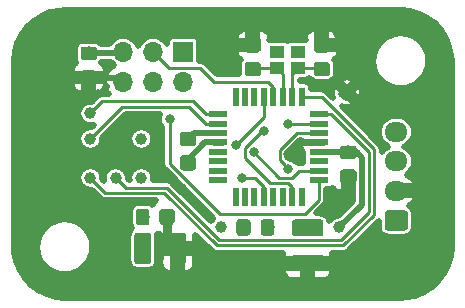
<source format=gbr>
G04 #@! TF.GenerationSoftware,KiCad,Pcbnew,(5.1.2-1)-1*
G04 #@! TF.CreationDate,2020-02-16T12:27:45-05:00*
G04 #@! TF.ProjectId,Delibird,44656c69-6269-4726-942e-6b696361645f,rev?*
G04 #@! TF.SameCoordinates,Original*
G04 #@! TF.FileFunction,Copper,L1,Top*
G04 #@! TF.FilePolarity,Positive*
%FSLAX46Y46*%
G04 Gerber Fmt 4.6, Leading zero omitted, Abs format (unit mm)*
G04 Created by KiCad (PCBNEW (5.1.2-1)-1) date 2020-02-16 12:27:45*
%MOMM*%
%LPD*%
G04 APERTURE LIST*
%ADD10O,1.950000X1.700000*%
%ADD11C,0.100000*%
%ADD12C,1.700000*%
%ADD13R,0.550000X1.600000*%
%ADD14R,1.600000X0.550000*%
%ADD15C,1.000000*%
%ADD16R,1.150000X1.000000*%
%ADD17C,1.425000*%
%ADD18C,1.150000*%
%ADD19O,1.700000X1.700000*%
%ADD20R,1.700000X1.700000*%
%ADD21C,0.800000*%
%ADD22C,0.508000*%
%ADD23C,0.635000*%
%ADD24C,0.762000*%
%ADD25C,0.250000*%
G04 APERTURE END LIST*
D10*
X45593000Y-23535000D03*
X45593000Y-26035000D03*
X45593000Y-28535000D03*
D11*
G36*
X46342504Y-30186204D02*
G01*
X46366773Y-30189804D01*
X46390571Y-30195765D01*
X46413671Y-30204030D01*
X46435849Y-30214520D01*
X46456893Y-30227133D01*
X46476598Y-30241747D01*
X46494777Y-30258223D01*
X46511253Y-30276402D01*
X46525867Y-30296107D01*
X46538480Y-30317151D01*
X46548970Y-30339329D01*
X46557235Y-30362429D01*
X46563196Y-30386227D01*
X46566796Y-30410496D01*
X46568000Y-30435000D01*
X46568000Y-31635000D01*
X46566796Y-31659504D01*
X46563196Y-31683773D01*
X46557235Y-31707571D01*
X46548970Y-31730671D01*
X46538480Y-31752849D01*
X46525867Y-31773893D01*
X46511253Y-31793598D01*
X46494777Y-31811777D01*
X46476598Y-31828253D01*
X46456893Y-31842867D01*
X46435849Y-31855480D01*
X46413671Y-31865970D01*
X46390571Y-31874235D01*
X46366773Y-31880196D01*
X46342504Y-31883796D01*
X46318000Y-31885000D01*
X44868000Y-31885000D01*
X44843496Y-31883796D01*
X44819227Y-31880196D01*
X44795429Y-31874235D01*
X44772329Y-31865970D01*
X44750151Y-31855480D01*
X44729107Y-31842867D01*
X44709402Y-31828253D01*
X44691223Y-31811777D01*
X44674747Y-31793598D01*
X44660133Y-31773893D01*
X44647520Y-31752849D01*
X44637030Y-31730671D01*
X44628765Y-31707571D01*
X44622804Y-31683773D01*
X44619204Y-31659504D01*
X44618000Y-31635000D01*
X44618000Y-30435000D01*
X44619204Y-30410496D01*
X44622804Y-30386227D01*
X44628765Y-30362429D01*
X44637030Y-30339329D01*
X44647520Y-30317151D01*
X44660133Y-30296107D01*
X44674747Y-30276402D01*
X44691223Y-30258223D01*
X44709402Y-30241747D01*
X44729107Y-30227133D01*
X44750151Y-30214520D01*
X44772329Y-30204030D01*
X44795429Y-30195765D01*
X44819227Y-30189804D01*
X44843496Y-30186204D01*
X44868000Y-30185000D01*
X46318000Y-30185000D01*
X46342504Y-30186204D01*
X46342504Y-30186204D01*
G37*
D12*
X45593000Y-31035000D03*
D13*
X37579000Y-29074000D03*
X36779000Y-29074000D03*
X35979000Y-29074000D03*
X35179000Y-29074000D03*
X34379000Y-29074000D03*
X33579000Y-29074000D03*
X32779000Y-29074000D03*
X31979000Y-29074000D03*
D14*
X30529000Y-27624000D03*
X30529000Y-26824000D03*
X30529000Y-26024000D03*
X30529000Y-25224000D03*
X30529000Y-24424000D03*
X30529000Y-23624000D03*
X30529000Y-22824000D03*
X30529000Y-22024000D03*
D13*
X31979000Y-20574000D03*
X32779000Y-20574000D03*
X33579000Y-20574000D03*
X34379000Y-20574000D03*
X35179000Y-20574000D03*
X35979000Y-20574000D03*
X36779000Y-20574000D03*
X37579000Y-20574000D03*
D14*
X39029000Y-22024000D03*
X39029000Y-22824000D03*
X39029000Y-23624000D03*
X39029000Y-24424000D03*
X39029000Y-25224000D03*
X39029000Y-26024000D03*
X39029000Y-26824000D03*
X39029000Y-27624000D03*
D15*
X24003000Y-24130000D03*
D16*
X35497800Y-16749800D03*
X37247800Y-16749800D03*
X37247800Y-18149800D03*
X35497800Y-18149800D03*
D11*
G36*
X39199504Y-33923204D02*
G01*
X39223773Y-33926804D01*
X39247571Y-33932765D01*
X39270671Y-33941030D01*
X39292849Y-33951520D01*
X39313893Y-33964133D01*
X39333598Y-33978747D01*
X39351777Y-33995223D01*
X39368253Y-34013402D01*
X39382867Y-34033107D01*
X39395480Y-34054151D01*
X39405970Y-34076329D01*
X39414235Y-34099429D01*
X39420196Y-34123227D01*
X39423796Y-34147496D01*
X39425000Y-34172000D01*
X39425000Y-35097000D01*
X39423796Y-35121504D01*
X39420196Y-35145773D01*
X39414235Y-35169571D01*
X39405970Y-35192671D01*
X39395480Y-35214849D01*
X39382867Y-35235893D01*
X39368253Y-35255598D01*
X39351777Y-35273777D01*
X39333598Y-35290253D01*
X39313893Y-35304867D01*
X39292849Y-35317480D01*
X39270671Y-35327970D01*
X39247571Y-35336235D01*
X39223773Y-35342196D01*
X39199504Y-35345796D01*
X39175000Y-35347000D01*
X37025000Y-35347000D01*
X37000496Y-35345796D01*
X36976227Y-35342196D01*
X36952429Y-35336235D01*
X36929329Y-35327970D01*
X36907151Y-35317480D01*
X36886107Y-35304867D01*
X36866402Y-35290253D01*
X36848223Y-35273777D01*
X36831747Y-35255598D01*
X36817133Y-35235893D01*
X36804520Y-35214849D01*
X36794030Y-35192671D01*
X36785765Y-35169571D01*
X36779804Y-35145773D01*
X36776204Y-35121504D01*
X36775000Y-35097000D01*
X36775000Y-34172000D01*
X36776204Y-34147496D01*
X36779804Y-34123227D01*
X36785765Y-34099429D01*
X36794030Y-34076329D01*
X36804520Y-34054151D01*
X36817133Y-34033107D01*
X36831747Y-34013402D01*
X36848223Y-33995223D01*
X36866402Y-33978747D01*
X36886107Y-33964133D01*
X36907151Y-33951520D01*
X36929329Y-33941030D01*
X36952429Y-33932765D01*
X36976227Y-33926804D01*
X37000496Y-33923204D01*
X37025000Y-33922000D01*
X39175000Y-33922000D01*
X39199504Y-33923204D01*
X39199504Y-33923204D01*
G37*
D17*
X38100000Y-34634500D03*
D11*
G36*
X39199504Y-30948204D02*
G01*
X39223773Y-30951804D01*
X39247571Y-30957765D01*
X39270671Y-30966030D01*
X39292849Y-30976520D01*
X39313893Y-30989133D01*
X39333598Y-31003747D01*
X39351777Y-31020223D01*
X39368253Y-31038402D01*
X39382867Y-31058107D01*
X39395480Y-31079151D01*
X39405970Y-31101329D01*
X39414235Y-31124429D01*
X39420196Y-31148227D01*
X39423796Y-31172496D01*
X39425000Y-31197000D01*
X39425000Y-32122000D01*
X39423796Y-32146504D01*
X39420196Y-32170773D01*
X39414235Y-32194571D01*
X39405970Y-32217671D01*
X39395480Y-32239849D01*
X39382867Y-32260893D01*
X39368253Y-32280598D01*
X39351777Y-32298777D01*
X39333598Y-32315253D01*
X39313893Y-32329867D01*
X39292849Y-32342480D01*
X39270671Y-32352970D01*
X39247571Y-32361235D01*
X39223773Y-32367196D01*
X39199504Y-32370796D01*
X39175000Y-32372000D01*
X37025000Y-32372000D01*
X37000496Y-32370796D01*
X36976227Y-32367196D01*
X36952429Y-32361235D01*
X36929329Y-32352970D01*
X36907151Y-32342480D01*
X36886107Y-32329867D01*
X36866402Y-32315253D01*
X36848223Y-32298777D01*
X36831747Y-32280598D01*
X36817133Y-32260893D01*
X36804520Y-32239849D01*
X36794030Y-32217671D01*
X36785765Y-32194571D01*
X36779804Y-32170773D01*
X36776204Y-32146504D01*
X36775000Y-32122000D01*
X36775000Y-31197000D01*
X36776204Y-31172496D01*
X36779804Y-31148227D01*
X36785765Y-31124429D01*
X36794030Y-31101329D01*
X36804520Y-31079151D01*
X36817133Y-31058107D01*
X36831747Y-31038402D01*
X36848223Y-31020223D01*
X36866402Y-31003747D01*
X36886107Y-30989133D01*
X36907151Y-30976520D01*
X36929329Y-30966030D01*
X36952429Y-30957765D01*
X36976227Y-30951804D01*
X37000496Y-30948204D01*
X37025000Y-30947000D01*
X39175000Y-30947000D01*
X39199504Y-30948204D01*
X39199504Y-30948204D01*
G37*
D17*
X38100000Y-31659500D03*
D11*
G36*
X27592004Y-32077204D02*
G01*
X27616273Y-32080804D01*
X27640071Y-32086765D01*
X27663171Y-32095030D01*
X27685349Y-32105520D01*
X27706393Y-32118133D01*
X27726098Y-32132747D01*
X27744277Y-32149223D01*
X27760753Y-32167402D01*
X27775367Y-32187107D01*
X27787980Y-32208151D01*
X27798470Y-32230329D01*
X27806735Y-32253429D01*
X27812696Y-32277227D01*
X27816296Y-32301496D01*
X27817500Y-32326000D01*
X27817500Y-34476000D01*
X27816296Y-34500504D01*
X27812696Y-34524773D01*
X27806735Y-34548571D01*
X27798470Y-34571671D01*
X27787980Y-34593849D01*
X27775367Y-34614893D01*
X27760753Y-34634598D01*
X27744277Y-34652777D01*
X27726098Y-34669253D01*
X27706393Y-34683867D01*
X27685349Y-34696480D01*
X27663171Y-34706970D01*
X27640071Y-34715235D01*
X27616273Y-34721196D01*
X27592004Y-34724796D01*
X27567500Y-34726000D01*
X26642500Y-34726000D01*
X26617996Y-34724796D01*
X26593727Y-34721196D01*
X26569929Y-34715235D01*
X26546829Y-34706970D01*
X26524651Y-34696480D01*
X26503607Y-34683867D01*
X26483902Y-34669253D01*
X26465723Y-34652777D01*
X26449247Y-34634598D01*
X26434633Y-34614893D01*
X26422020Y-34593849D01*
X26411530Y-34571671D01*
X26403265Y-34548571D01*
X26397304Y-34524773D01*
X26393704Y-34500504D01*
X26392500Y-34476000D01*
X26392500Y-32326000D01*
X26393704Y-32301496D01*
X26397304Y-32277227D01*
X26403265Y-32253429D01*
X26411530Y-32230329D01*
X26422020Y-32208151D01*
X26434633Y-32187107D01*
X26449247Y-32167402D01*
X26465723Y-32149223D01*
X26483902Y-32132747D01*
X26503607Y-32118133D01*
X26524651Y-32105520D01*
X26546829Y-32095030D01*
X26569929Y-32086765D01*
X26593727Y-32080804D01*
X26617996Y-32077204D01*
X26642500Y-32076000D01*
X27567500Y-32076000D01*
X27592004Y-32077204D01*
X27592004Y-32077204D01*
G37*
D17*
X27105000Y-33401000D03*
D11*
G36*
X24617004Y-32077204D02*
G01*
X24641273Y-32080804D01*
X24665071Y-32086765D01*
X24688171Y-32095030D01*
X24710349Y-32105520D01*
X24731393Y-32118133D01*
X24751098Y-32132747D01*
X24769277Y-32149223D01*
X24785753Y-32167402D01*
X24800367Y-32187107D01*
X24812980Y-32208151D01*
X24823470Y-32230329D01*
X24831735Y-32253429D01*
X24837696Y-32277227D01*
X24841296Y-32301496D01*
X24842500Y-32326000D01*
X24842500Y-34476000D01*
X24841296Y-34500504D01*
X24837696Y-34524773D01*
X24831735Y-34548571D01*
X24823470Y-34571671D01*
X24812980Y-34593849D01*
X24800367Y-34614893D01*
X24785753Y-34634598D01*
X24769277Y-34652777D01*
X24751098Y-34669253D01*
X24731393Y-34683867D01*
X24710349Y-34696480D01*
X24688171Y-34706970D01*
X24665071Y-34715235D01*
X24641273Y-34721196D01*
X24617004Y-34724796D01*
X24592500Y-34726000D01*
X23667500Y-34726000D01*
X23642996Y-34724796D01*
X23618727Y-34721196D01*
X23594929Y-34715235D01*
X23571829Y-34706970D01*
X23549651Y-34696480D01*
X23528607Y-34683867D01*
X23508902Y-34669253D01*
X23490723Y-34652777D01*
X23474247Y-34634598D01*
X23459633Y-34614893D01*
X23447020Y-34593849D01*
X23436530Y-34571671D01*
X23428265Y-34548571D01*
X23422304Y-34524773D01*
X23418704Y-34500504D01*
X23417500Y-34476000D01*
X23417500Y-32326000D01*
X23418704Y-32301496D01*
X23422304Y-32277227D01*
X23428265Y-32253429D01*
X23436530Y-32230329D01*
X23447020Y-32208151D01*
X23459633Y-32187107D01*
X23474247Y-32167402D01*
X23490723Y-32149223D01*
X23508902Y-32132747D01*
X23528607Y-32118133D01*
X23549651Y-32105520D01*
X23571829Y-32095030D01*
X23594929Y-32086765D01*
X23618727Y-32080804D01*
X23642996Y-32077204D01*
X23667500Y-32076000D01*
X24592500Y-32076000D01*
X24617004Y-32077204D01*
X24617004Y-32077204D01*
G37*
D17*
X24130000Y-33401000D03*
D15*
X19685000Y-24130000D03*
X19685000Y-21971000D03*
X30734000Y-31623000D03*
X40767000Y-31623000D03*
X24003000Y-27432000D03*
X19685000Y-27432000D03*
X21844000Y-27432000D03*
X41402000Y-20193000D03*
D11*
G36*
X32988505Y-30924204D02*
G01*
X33012773Y-30927804D01*
X33036572Y-30933765D01*
X33059671Y-30942030D01*
X33081850Y-30952520D01*
X33102893Y-30965132D01*
X33122599Y-30979747D01*
X33140777Y-30996223D01*
X33157253Y-31014401D01*
X33171868Y-31034107D01*
X33184480Y-31055150D01*
X33194970Y-31077329D01*
X33203235Y-31100428D01*
X33209196Y-31124227D01*
X33212796Y-31148495D01*
X33214000Y-31172999D01*
X33214000Y-32073001D01*
X33212796Y-32097505D01*
X33209196Y-32121773D01*
X33203235Y-32145572D01*
X33194970Y-32168671D01*
X33184480Y-32190850D01*
X33171868Y-32211893D01*
X33157253Y-32231599D01*
X33140777Y-32249777D01*
X33122599Y-32266253D01*
X33102893Y-32280868D01*
X33081850Y-32293480D01*
X33059671Y-32303970D01*
X33036572Y-32312235D01*
X33012773Y-32318196D01*
X32988505Y-32321796D01*
X32964001Y-32323000D01*
X32313999Y-32323000D01*
X32289495Y-32321796D01*
X32265227Y-32318196D01*
X32241428Y-32312235D01*
X32218329Y-32303970D01*
X32196150Y-32293480D01*
X32175107Y-32280868D01*
X32155401Y-32266253D01*
X32137223Y-32249777D01*
X32120747Y-32231599D01*
X32106132Y-32211893D01*
X32093520Y-32190850D01*
X32083030Y-32168671D01*
X32074765Y-32145572D01*
X32068804Y-32121773D01*
X32065204Y-32097505D01*
X32064000Y-32073001D01*
X32064000Y-31172999D01*
X32065204Y-31148495D01*
X32068804Y-31124227D01*
X32074765Y-31100428D01*
X32083030Y-31077329D01*
X32093520Y-31055150D01*
X32106132Y-31034107D01*
X32120747Y-31014401D01*
X32137223Y-30996223D01*
X32155401Y-30979747D01*
X32175107Y-30965132D01*
X32196150Y-30952520D01*
X32218329Y-30942030D01*
X32241428Y-30933765D01*
X32265227Y-30927804D01*
X32289495Y-30924204D01*
X32313999Y-30923000D01*
X32964001Y-30923000D01*
X32988505Y-30924204D01*
X32988505Y-30924204D01*
G37*
D18*
X32639000Y-31623000D03*
D11*
G36*
X35038505Y-30924204D02*
G01*
X35062773Y-30927804D01*
X35086572Y-30933765D01*
X35109671Y-30942030D01*
X35131850Y-30952520D01*
X35152893Y-30965132D01*
X35172599Y-30979747D01*
X35190777Y-30996223D01*
X35207253Y-31014401D01*
X35221868Y-31034107D01*
X35234480Y-31055150D01*
X35244970Y-31077329D01*
X35253235Y-31100428D01*
X35259196Y-31124227D01*
X35262796Y-31148495D01*
X35264000Y-31172999D01*
X35264000Y-32073001D01*
X35262796Y-32097505D01*
X35259196Y-32121773D01*
X35253235Y-32145572D01*
X35244970Y-32168671D01*
X35234480Y-32190850D01*
X35221868Y-32211893D01*
X35207253Y-32231599D01*
X35190777Y-32249777D01*
X35172599Y-32266253D01*
X35152893Y-32280868D01*
X35131850Y-32293480D01*
X35109671Y-32303970D01*
X35086572Y-32312235D01*
X35062773Y-32318196D01*
X35038505Y-32321796D01*
X35014001Y-32323000D01*
X34363999Y-32323000D01*
X34339495Y-32321796D01*
X34315227Y-32318196D01*
X34291428Y-32312235D01*
X34268329Y-32303970D01*
X34246150Y-32293480D01*
X34225107Y-32280868D01*
X34205401Y-32266253D01*
X34187223Y-32249777D01*
X34170747Y-32231599D01*
X34156132Y-32211893D01*
X34143520Y-32190850D01*
X34133030Y-32168671D01*
X34124765Y-32145572D01*
X34118804Y-32121773D01*
X34115204Y-32097505D01*
X34114000Y-32073001D01*
X34114000Y-31172999D01*
X34115204Y-31148495D01*
X34118804Y-31124227D01*
X34124765Y-31100428D01*
X34133030Y-31077329D01*
X34143520Y-31055150D01*
X34156132Y-31034107D01*
X34170747Y-31014401D01*
X34187223Y-30996223D01*
X34205401Y-30979747D01*
X34225107Y-30965132D01*
X34246150Y-30952520D01*
X34268329Y-30942030D01*
X34291428Y-30933765D01*
X34315227Y-30927804D01*
X34339495Y-30924204D01*
X34363999Y-30923000D01*
X35014001Y-30923000D01*
X35038505Y-30924204D01*
X35038505Y-30924204D01*
G37*
D18*
X34689000Y-31623000D03*
D11*
G36*
X42003505Y-26740204D02*
G01*
X42027773Y-26743804D01*
X42051572Y-26749765D01*
X42074671Y-26758030D01*
X42096850Y-26768520D01*
X42117893Y-26781132D01*
X42137599Y-26795747D01*
X42155777Y-26812223D01*
X42172253Y-26830401D01*
X42186868Y-26850107D01*
X42199480Y-26871150D01*
X42209970Y-26893329D01*
X42218235Y-26916428D01*
X42224196Y-26940227D01*
X42227796Y-26964495D01*
X42229000Y-26988999D01*
X42229000Y-27639001D01*
X42227796Y-27663505D01*
X42224196Y-27687773D01*
X42218235Y-27711572D01*
X42209970Y-27734671D01*
X42199480Y-27756850D01*
X42186868Y-27777893D01*
X42172253Y-27797599D01*
X42155777Y-27815777D01*
X42137599Y-27832253D01*
X42117893Y-27846868D01*
X42096850Y-27859480D01*
X42074671Y-27869970D01*
X42051572Y-27878235D01*
X42027773Y-27884196D01*
X42003505Y-27887796D01*
X41979001Y-27889000D01*
X41078999Y-27889000D01*
X41054495Y-27887796D01*
X41030227Y-27884196D01*
X41006428Y-27878235D01*
X40983329Y-27869970D01*
X40961150Y-27859480D01*
X40940107Y-27846868D01*
X40920401Y-27832253D01*
X40902223Y-27815777D01*
X40885747Y-27797599D01*
X40871132Y-27777893D01*
X40858520Y-27756850D01*
X40848030Y-27734671D01*
X40839765Y-27711572D01*
X40833804Y-27687773D01*
X40830204Y-27663505D01*
X40829000Y-27639001D01*
X40829000Y-26988999D01*
X40830204Y-26964495D01*
X40833804Y-26940227D01*
X40839765Y-26916428D01*
X40848030Y-26893329D01*
X40858520Y-26871150D01*
X40871132Y-26850107D01*
X40885747Y-26830401D01*
X40902223Y-26812223D01*
X40920401Y-26795747D01*
X40940107Y-26781132D01*
X40961150Y-26768520D01*
X40983329Y-26758030D01*
X41006428Y-26749765D01*
X41030227Y-26743804D01*
X41054495Y-26740204D01*
X41078999Y-26739000D01*
X41979001Y-26739000D01*
X42003505Y-26740204D01*
X42003505Y-26740204D01*
G37*
D18*
X41529000Y-27314000D03*
D11*
G36*
X42003505Y-24690204D02*
G01*
X42027773Y-24693804D01*
X42051572Y-24699765D01*
X42074671Y-24708030D01*
X42096850Y-24718520D01*
X42117893Y-24731132D01*
X42137599Y-24745747D01*
X42155777Y-24762223D01*
X42172253Y-24780401D01*
X42186868Y-24800107D01*
X42199480Y-24821150D01*
X42209970Y-24843329D01*
X42218235Y-24866428D01*
X42224196Y-24890227D01*
X42227796Y-24914495D01*
X42229000Y-24938999D01*
X42229000Y-25589001D01*
X42227796Y-25613505D01*
X42224196Y-25637773D01*
X42218235Y-25661572D01*
X42209970Y-25684671D01*
X42199480Y-25706850D01*
X42186868Y-25727893D01*
X42172253Y-25747599D01*
X42155777Y-25765777D01*
X42137599Y-25782253D01*
X42117893Y-25796868D01*
X42096850Y-25809480D01*
X42074671Y-25819970D01*
X42051572Y-25828235D01*
X42027773Y-25834196D01*
X42003505Y-25837796D01*
X41979001Y-25839000D01*
X41078999Y-25839000D01*
X41054495Y-25837796D01*
X41030227Y-25834196D01*
X41006428Y-25828235D01*
X40983329Y-25819970D01*
X40961150Y-25809480D01*
X40940107Y-25796868D01*
X40920401Y-25782253D01*
X40902223Y-25765777D01*
X40885747Y-25747599D01*
X40871132Y-25727893D01*
X40858520Y-25706850D01*
X40848030Y-25684671D01*
X40839765Y-25661572D01*
X40833804Y-25637773D01*
X40830204Y-25613505D01*
X40829000Y-25589001D01*
X40829000Y-24938999D01*
X40830204Y-24914495D01*
X40833804Y-24890227D01*
X40839765Y-24866428D01*
X40848030Y-24843329D01*
X40858520Y-24821150D01*
X40871132Y-24800107D01*
X40885747Y-24780401D01*
X40902223Y-24762223D01*
X40920401Y-24745747D01*
X40940107Y-24731132D01*
X40961150Y-24718520D01*
X40983329Y-24708030D01*
X41006428Y-24699765D01*
X41030227Y-24693804D01*
X41054495Y-24690204D01*
X41078999Y-24689000D01*
X41979001Y-24689000D01*
X42003505Y-24690204D01*
X42003505Y-24690204D01*
G37*
D18*
X41529000Y-25264000D03*
D11*
G36*
X28414505Y-25606204D02*
G01*
X28438773Y-25609804D01*
X28462572Y-25615765D01*
X28485671Y-25624030D01*
X28507850Y-25634520D01*
X28528893Y-25647132D01*
X28548599Y-25661747D01*
X28566777Y-25678223D01*
X28583253Y-25696401D01*
X28597868Y-25716107D01*
X28610480Y-25737150D01*
X28620970Y-25759329D01*
X28629235Y-25782428D01*
X28635196Y-25806227D01*
X28638796Y-25830495D01*
X28640000Y-25854999D01*
X28640000Y-26505001D01*
X28638796Y-26529505D01*
X28635196Y-26553773D01*
X28629235Y-26577572D01*
X28620970Y-26600671D01*
X28610480Y-26622850D01*
X28597868Y-26643893D01*
X28583253Y-26663599D01*
X28566777Y-26681777D01*
X28548599Y-26698253D01*
X28528893Y-26712868D01*
X28507850Y-26725480D01*
X28485671Y-26735970D01*
X28462572Y-26744235D01*
X28438773Y-26750196D01*
X28414505Y-26753796D01*
X28390001Y-26755000D01*
X27489999Y-26755000D01*
X27465495Y-26753796D01*
X27441227Y-26750196D01*
X27417428Y-26744235D01*
X27394329Y-26735970D01*
X27372150Y-26725480D01*
X27351107Y-26712868D01*
X27331401Y-26698253D01*
X27313223Y-26681777D01*
X27296747Y-26663599D01*
X27282132Y-26643893D01*
X27269520Y-26622850D01*
X27259030Y-26600671D01*
X27250765Y-26577572D01*
X27244804Y-26553773D01*
X27241204Y-26529505D01*
X27240000Y-26505001D01*
X27240000Y-25854999D01*
X27241204Y-25830495D01*
X27244804Y-25806227D01*
X27250765Y-25782428D01*
X27259030Y-25759329D01*
X27269520Y-25737150D01*
X27282132Y-25716107D01*
X27296747Y-25696401D01*
X27313223Y-25678223D01*
X27331401Y-25661747D01*
X27351107Y-25647132D01*
X27372150Y-25634520D01*
X27394329Y-25624030D01*
X27417428Y-25615765D01*
X27441227Y-25609804D01*
X27465495Y-25606204D01*
X27489999Y-25605000D01*
X28390001Y-25605000D01*
X28414505Y-25606204D01*
X28414505Y-25606204D01*
G37*
D18*
X27940000Y-26180000D03*
D11*
G36*
X28414505Y-23556204D02*
G01*
X28438773Y-23559804D01*
X28462572Y-23565765D01*
X28485671Y-23574030D01*
X28507850Y-23584520D01*
X28528893Y-23597132D01*
X28548599Y-23611747D01*
X28566777Y-23628223D01*
X28583253Y-23646401D01*
X28597868Y-23666107D01*
X28610480Y-23687150D01*
X28620970Y-23709329D01*
X28629235Y-23732428D01*
X28635196Y-23756227D01*
X28638796Y-23780495D01*
X28640000Y-23804999D01*
X28640000Y-24455001D01*
X28638796Y-24479505D01*
X28635196Y-24503773D01*
X28629235Y-24527572D01*
X28620970Y-24550671D01*
X28610480Y-24572850D01*
X28597868Y-24593893D01*
X28583253Y-24613599D01*
X28566777Y-24631777D01*
X28548599Y-24648253D01*
X28528893Y-24662868D01*
X28507850Y-24675480D01*
X28485671Y-24685970D01*
X28462572Y-24694235D01*
X28438773Y-24700196D01*
X28414505Y-24703796D01*
X28390001Y-24705000D01*
X27489999Y-24705000D01*
X27465495Y-24703796D01*
X27441227Y-24700196D01*
X27417428Y-24694235D01*
X27394329Y-24685970D01*
X27372150Y-24675480D01*
X27351107Y-24662868D01*
X27331401Y-24648253D01*
X27313223Y-24631777D01*
X27296747Y-24613599D01*
X27282132Y-24593893D01*
X27269520Y-24572850D01*
X27259030Y-24550671D01*
X27250765Y-24527572D01*
X27244804Y-24503773D01*
X27241204Y-24479505D01*
X27240000Y-24455001D01*
X27240000Y-23804999D01*
X27241204Y-23780495D01*
X27244804Y-23756227D01*
X27250765Y-23732428D01*
X27259030Y-23709329D01*
X27269520Y-23687150D01*
X27282132Y-23666107D01*
X27296747Y-23646401D01*
X27313223Y-23628223D01*
X27331401Y-23611747D01*
X27351107Y-23597132D01*
X27372150Y-23584520D01*
X27394329Y-23574030D01*
X27417428Y-23565765D01*
X27441227Y-23559804D01*
X27465495Y-23556204D01*
X27489999Y-23555000D01*
X28390001Y-23555000D01*
X28414505Y-23556204D01*
X28414505Y-23556204D01*
G37*
D18*
X27940000Y-24130000D03*
D11*
G36*
X20032505Y-18358204D02*
G01*
X20056773Y-18361804D01*
X20080572Y-18367765D01*
X20103671Y-18376030D01*
X20125850Y-18386520D01*
X20146893Y-18399132D01*
X20166599Y-18413747D01*
X20184777Y-18430223D01*
X20201253Y-18448401D01*
X20215868Y-18468107D01*
X20228480Y-18489150D01*
X20238970Y-18511329D01*
X20247235Y-18534428D01*
X20253196Y-18558227D01*
X20256796Y-18582495D01*
X20258000Y-18606999D01*
X20258000Y-19257001D01*
X20256796Y-19281505D01*
X20253196Y-19305773D01*
X20247235Y-19329572D01*
X20238970Y-19352671D01*
X20228480Y-19374850D01*
X20215868Y-19395893D01*
X20201253Y-19415599D01*
X20184777Y-19433777D01*
X20166599Y-19450253D01*
X20146893Y-19464868D01*
X20125850Y-19477480D01*
X20103671Y-19487970D01*
X20080572Y-19496235D01*
X20056773Y-19502196D01*
X20032505Y-19505796D01*
X20008001Y-19507000D01*
X19107999Y-19507000D01*
X19083495Y-19505796D01*
X19059227Y-19502196D01*
X19035428Y-19496235D01*
X19012329Y-19487970D01*
X18990150Y-19477480D01*
X18969107Y-19464868D01*
X18949401Y-19450253D01*
X18931223Y-19433777D01*
X18914747Y-19415599D01*
X18900132Y-19395893D01*
X18887520Y-19374850D01*
X18877030Y-19352671D01*
X18868765Y-19329572D01*
X18862804Y-19305773D01*
X18859204Y-19281505D01*
X18858000Y-19257001D01*
X18858000Y-18606999D01*
X18859204Y-18582495D01*
X18862804Y-18558227D01*
X18868765Y-18534428D01*
X18877030Y-18511329D01*
X18887520Y-18489150D01*
X18900132Y-18468107D01*
X18914747Y-18448401D01*
X18931223Y-18430223D01*
X18949401Y-18413747D01*
X18969107Y-18399132D01*
X18990150Y-18386520D01*
X19012329Y-18376030D01*
X19035428Y-18367765D01*
X19059227Y-18361804D01*
X19083495Y-18358204D01*
X19107999Y-18357000D01*
X20008001Y-18357000D01*
X20032505Y-18358204D01*
X20032505Y-18358204D01*
G37*
D18*
X19558000Y-18932000D03*
D11*
G36*
X20032505Y-16308204D02*
G01*
X20056773Y-16311804D01*
X20080572Y-16317765D01*
X20103671Y-16326030D01*
X20125850Y-16336520D01*
X20146893Y-16349132D01*
X20166599Y-16363747D01*
X20184777Y-16380223D01*
X20201253Y-16398401D01*
X20215868Y-16418107D01*
X20228480Y-16439150D01*
X20238970Y-16461329D01*
X20247235Y-16484428D01*
X20253196Y-16508227D01*
X20256796Y-16532495D01*
X20258000Y-16556999D01*
X20258000Y-17207001D01*
X20256796Y-17231505D01*
X20253196Y-17255773D01*
X20247235Y-17279572D01*
X20238970Y-17302671D01*
X20228480Y-17324850D01*
X20215868Y-17345893D01*
X20201253Y-17365599D01*
X20184777Y-17383777D01*
X20166599Y-17400253D01*
X20146893Y-17414868D01*
X20125850Y-17427480D01*
X20103671Y-17437970D01*
X20080572Y-17446235D01*
X20056773Y-17452196D01*
X20032505Y-17455796D01*
X20008001Y-17457000D01*
X19107999Y-17457000D01*
X19083495Y-17455796D01*
X19059227Y-17452196D01*
X19035428Y-17446235D01*
X19012329Y-17437970D01*
X18990150Y-17427480D01*
X18969107Y-17414868D01*
X18949401Y-17400253D01*
X18931223Y-17383777D01*
X18914747Y-17365599D01*
X18900132Y-17345893D01*
X18887520Y-17324850D01*
X18877030Y-17302671D01*
X18868765Y-17279572D01*
X18862804Y-17255773D01*
X18859204Y-17231505D01*
X18858000Y-17207001D01*
X18858000Y-16556999D01*
X18859204Y-16532495D01*
X18862804Y-16508227D01*
X18868765Y-16484428D01*
X18877030Y-16461329D01*
X18887520Y-16439150D01*
X18900132Y-16418107D01*
X18914747Y-16398401D01*
X18931223Y-16380223D01*
X18949401Y-16363747D01*
X18969107Y-16349132D01*
X18990150Y-16336520D01*
X19012329Y-16326030D01*
X19035428Y-16317765D01*
X19059227Y-16311804D01*
X19083495Y-16308204D01*
X19107999Y-16307000D01*
X20008001Y-16307000D01*
X20032505Y-16308204D01*
X20032505Y-16308204D01*
G37*
D18*
X19558000Y-16882000D03*
D11*
G36*
X33926305Y-15588004D02*
G01*
X33950573Y-15591604D01*
X33974372Y-15597565D01*
X33997471Y-15605830D01*
X34019650Y-15616320D01*
X34040693Y-15628932D01*
X34060399Y-15643547D01*
X34078577Y-15660023D01*
X34095053Y-15678201D01*
X34109668Y-15697907D01*
X34122280Y-15718950D01*
X34132770Y-15741129D01*
X34141035Y-15764228D01*
X34146996Y-15788027D01*
X34150596Y-15812295D01*
X34151800Y-15836799D01*
X34151800Y-16486801D01*
X34150596Y-16511305D01*
X34146996Y-16535573D01*
X34141035Y-16559372D01*
X34132770Y-16582471D01*
X34122280Y-16604650D01*
X34109668Y-16625693D01*
X34095053Y-16645399D01*
X34078577Y-16663577D01*
X34060399Y-16680053D01*
X34040693Y-16694668D01*
X34019650Y-16707280D01*
X33997471Y-16717770D01*
X33974372Y-16726035D01*
X33950573Y-16731996D01*
X33926305Y-16735596D01*
X33901801Y-16736800D01*
X33001799Y-16736800D01*
X32977295Y-16735596D01*
X32953027Y-16731996D01*
X32929228Y-16726035D01*
X32906129Y-16717770D01*
X32883950Y-16707280D01*
X32862907Y-16694668D01*
X32843201Y-16680053D01*
X32825023Y-16663577D01*
X32808547Y-16645399D01*
X32793932Y-16625693D01*
X32781320Y-16604650D01*
X32770830Y-16582471D01*
X32762565Y-16559372D01*
X32756604Y-16535573D01*
X32753004Y-16511305D01*
X32751800Y-16486801D01*
X32751800Y-15836799D01*
X32753004Y-15812295D01*
X32756604Y-15788027D01*
X32762565Y-15764228D01*
X32770830Y-15741129D01*
X32781320Y-15718950D01*
X32793932Y-15697907D01*
X32808547Y-15678201D01*
X32825023Y-15660023D01*
X32843201Y-15643547D01*
X32862907Y-15628932D01*
X32883950Y-15616320D01*
X32906129Y-15605830D01*
X32929228Y-15597565D01*
X32953027Y-15591604D01*
X32977295Y-15588004D01*
X33001799Y-15586800D01*
X33901801Y-15586800D01*
X33926305Y-15588004D01*
X33926305Y-15588004D01*
G37*
D18*
X33451800Y-16161800D03*
D11*
G36*
X33926305Y-17638004D02*
G01*
X33950573Y-17641604D01*
X33974372Y-17647565D01*
X33997471Y-17655830D01*
X34019650Y-17666320D01*
X34040693Y-17678932D01*
X34060399Y-17693547D01*
X34078577Y-17710023D01*
X34095053Y-17728201D01*
X34109668Y-17747907D01*
X34122280Y-17768950D01*
X34132770Y-17791129D01*
X34141035Y-17814228D01*
X34146996Y-17838027D01*
X34150596Y-17862295D01*
X34151800Y-17886799D01*
X34151800Y-18536801D01*
X34150596Y-18561305D01*
X34146996Y-18585573D01*
X34141035Y-18609372D01*
X34132770Y-18632471D01*
X34122280Y-18654650D01*
X34109668Y-18675693D01*
X34095053Y-18695399D01*
X34078577Y-18713577D01*
X34060399Y-18730053D01*
X34040693Y-18744668D01*
X34019650Y-18757280D01*
X33997471Y-18767770D01*
X33974372Y-18776035D01*
X33950573Y-18781996D01*
X33926305Y-18785596D01*
X33901801Y-18786800D01*
X33001799Y-18786800D01*
X32977295Y-18785596D01*
X32953027Y-18781996D01*
X32929228Y-18776035D01*
X32906129Y-18767770D01*
X32883950Y-18757280D01*
X32862907Y-18744668D01*
X32843201Y-18730053D01*
X32825023Y-18713577D01*
X32808547Y-18695399D01*
X32793932Y-18675693D01*
X32781320Y-18654650D01*
X32770830Y-18632471D01*
X32762565Y-18609372D01*
X32756604Y-18585573D01*
X32753004Y-18561305D01*
X32751800Y-18536801D01*
X32751800Y-17886799D01*
X32753004Y-17862295D01*
X32756604Y-17838027D01*
X32762565Y-17814228D01*
X32770830Y-17791129D01*
X32781320Y-17768950D01*
X32793932Y-17747907D01*
X32808547Y-17728201D01*
X32825023Y-17710023D01*
X32843201Y-17693547D01*
X32862907Y-17678932D01*
X32883950Y-17666320D01*
X32906129Y-17655830D01*
X32929228Y-17647565D01*
X32953027Y-17641604D01*
X32977295Y-17638004D01*
X33001799Y-17636800D01*
X33901801Y-17636800D01*
X33926305Y-17638004D01*
X33926305Y-17638004D01*
G37*
D18*
X33451800Y-18211800D03*
D11*
G36*
X39768305Y-15588004D02*
G01*
X39792573Y-15591604D01*
X39816372Y-15597565D01*
X39839471Y-15605830D01*
X39861650Y-15616320D01*
X39882693Y-15628932D01*
X39902399Y-15643547D01*
X39920577Y-15660023D01*
X39937053Y-15678201D01*
X39951668Y-15697907D01*
X39964280Y-15718950D01*
X39974770Y-15741129D01*
X39983035Y-15764228D01*
X39988996Y-15788027D01*
X39992596Y-15812295D01*
X39993800Y-15836799D01*
X39993800Y-16486801D01*
X39992596Y-16511305D01*
X39988996Y-16535573D01*
X39983035Y-16559372D01*
X39974770Y-16582471D01*
X39964280Y-16604650D01*
X39951668Y-16625693D01*
X39937053Y-16645399D01*
X39920577Y-16663577D01*
X39902399Y-16680053D01*
X39882693Y-16694668D01*
X39861650Y-16707280D01*
X39839471Y-16717770D01*
X39816372Y-16726035D01*
X39792573Y-16731996D01*
X39768305Y-16735596D01*
X39743801Y-16736800D01*
X38843799Y-16736800D01*
X38819295Y-16735596D01*
X38795027Y-16731996D01*
X38771228Y-16726035D01*
X38748129Y-16717770D01*
X38725950Y-16707280D01*
X38704907Y-16694668D01*
X38685201Y-16680053D01*
X38667023Y-16663577D01*
X38650547Y-16645399D01*
X38635932Y-16625693D01*
X38623320Y-16604650D01*
X38612830Y-16582471D01*
X38604565Y-16559372D01*
X38598604Y-16535573D01*
X38595004Y-16511305D01*
X38593800Y-16486801D01*
X38593800Y-15836799D01*
X38595004Y-15812295D01*
X38598604Y-15788027D01*
X38604565Y-15764228D01*
X38612830Y-15741129D01*
X38623320Y-15718950D01*
X38635932Y-15697907D01*
X38650547Y-15678201D01*
X38667023Y-15660023D01*
X38685201Y-15643547D01*
X38704907Y-15628932D01*
X38725950Y-15616320D01*
X38748129Y-15605830D01*
X38771228Y-15597565D01*
X38795027Y-15591604D01*
X38819295Y-15588004D01*
X38843799Y-15586800D01*
X39743801Y-15586800D01*
X39768305Y-15588004D01*
X39768305Y-15588004D01*
G37*
D18*
X39293800Y-16161800D03*
D11*
G36*
X39768305Y-17638004D02*
G01*
X39792573Y-17641604D01*
X39816372Y-17647565D01*
X39839471Y-17655830D01*
X39861650Y-17666320D01*
X39882693Y-17678932D01*
X39902399Y-17693547D01*
X39920577Y-17710023D01*
X39937053Y-17728201D01*
X39951668Y-17747907D01*
X39964280Y-17768950D01*
X39974770Y-17791129D01*
X39983035Y-17814228D01*
X39988996Y-17838027D01*
X39992596Y-17862295D01*
X39993800Y-17886799D01*
X39993800Y-18536801D01*
X39992596Y-18561305D01*
X39988996Y-18585573D01*
X39983035Y-18609372D01*
X39974770Y-18632471D01*
X39964280Y-18654650D01*
X39951668Y-18675693D01*
X39937053Y-18695399D01*
X39920577Y-18713577D01*
X39902399Y-18730053D01*
X39882693Y-18744668D01*
X39861650Y-18757280D01*
X39839471Y-18767770D01*
X39816372Y-18776035D01*
X39792573Y-18781996D01*
X39768305Y-18785596D01*
X39743801Y-18786800D01*
X38843799Y-18786800D01*
X38819295Y-18785596D01*
X38795027Y-18781996D01*
X38771228Y-18776035D01*
X38748129Y-18767770D01*
X38725950Y-18757280D01*
X38704907Y-18744668D01*
X38685201Y-18730053D01*
X38667023Y-18713577D01*
X38650547Y-18695399D01*
X38635932Y-18675693D01*
X38623320Y-18654650D01*
X38612830Y-18632471D01*
X38604565Y-18609372D01*
X38598604Y-18585573D01*
X38595004Y-18561305D01*
X38593800Y-18536801D01*
X38593800Y-17886799D01*
X38595004Y-17862295D01*
X38598604Y-17838027D01*
X38604565Y-17814228D01*
X38612830Y-17791129D01*
X38623320Y-17768950D01*
X38635932Y-17747907D01*
X38650547Y-17728201D01*
X38667023Y-17710023D01*
X38685201Y-17693547D01*
X38704907Y-17678932D01*
X38725950Y-17666320D01*
X38748129Y-17655830D01*
X38771228Y-17647565D01*
X38795027Y-17641604D01*
X38819295Y-17638004D01*
X38843799Y-17636800D01*
X39743801Y-17636800D01*
X39768305Y-17638004D01*
X39768305Y-17638004D01*
G37*
D18*
X39293800Y-18211800D03*
D11*
G36*
X26520505Y-30035204D02*
G01*
X26544773Y-30038804D01*
X26568572Y-30044765D01*
X26591671Y-30053030D01*
X26613850Y-30063520D01*
X26634893Y-30076132D01*
X26654599Y-30090747D01*
X26672777Y-30107223D01*
X26689253Y-30125401D01*
X26703868Y-30145107D01*
X26716480Y-30166150D01*
X26726970Y-30188329D01*
X26735235Y-30211428D01*
X26741196Y-30235227D01*
X26744796Y-30259495D01*
X26746000Y-30283999D01*
X26746000Y-31184001D01*
X26744796Y-31208505D01*
X26741196Y-31232773D01*
X26735235Y-31256572D01*
X26726970Y-31279671D01*
X26716480Y-31301850D01*
X26703868Y-31322893D01*
X26689253Y-31342599D01*
X26672777Y-31360777D01*
X26654599Y-31377253D01*
X26634893Y-31391868D01*
X26613850Y-31404480D01*
X26591671Y-31414970D01*
X26568572Y-31423235D01*
X26544773Y-31429196D01*
X26520505Y-31432796D01*
X26496001Y-31434000D01*
X25845999Y-31434000D01*
X25821495Y-31432796D01*
X25797227Y-31429196D01*
X25773428Y-31423235D01*
X25750329Y-31414970D01*
X25728150Y-31404480D01*
X25707107Y-31391868D01*
X25687401Y-31377253D01*
X25669223Y-31360777D01*
X25652747Y-31342599D01*
X25638132Y-31322893D01*
X25625520Y-31301850D01*
X25615030Y-31279671D01*
X25606765Y-31256572D01*
X25600804Y-31232773D01*
X25597204Y-31208505D01*
X25596000Y-31184001D01*
X25596000Y-30283999D01*
X25597204Y-30259495D01*
X25600804Y-30235227D01*
X25606765Y-30211428D01*
X25615030Y-30188329D01*
X25625520Y-30166150D01*
X25638132Y-30145107D01*
X25652747Y-30125401D01*
X25669223Y-30107223D01*
X25687401Y-30090747D01*
X25707107Y-30076132D01*
X25728150Y-30063520D01*
X25750329Y-30053030D01*
X25773428Y-30044765D01*
X25797227Y-30038804D01*
X25821495Y-30035204D01*
X25845999Y-30034000D01*
X26496001Y-30034000D01*
X26520505Y-30035204D01*
X26520505Y-30035204D01*
G37*
D18*
X26171000Y-30734000D03*
D11*
G36*
X24470505Y-30035204D02*
G01*
X24494773Y-30038804D01*
X24518572Y-30044765D01*
X24541671Y-30053030D01*
X24563850Y-30063520D01*
X24584893Y-30076132D01*
X24604599Y-30090747D01*
X24622777Y-30107223D01*
X24639253Y-30125401D01*
X24653868Y-30145107D01*
X24666480Y-30166150D01*
X24676970Y-30188329D01*
X24685235Y-30211428D01*
X24691196Y-30235227D01*
X24694796Y-30259495D01*
X24696000Y-30283999D01*
X24696000Y-31184001D01*
X24694796Y-31208505D01*
X24691196Y-31232773D01*
X24685235Y-31256572D01*
X24676970Y-31279671D01*
X24666480Y-31301850D01*
X24653868Y-31322893D01*
X24639253Y-31342599D01*
X24622777Y-31360777D01*
X24604599Y-31377253D01*
X24584893Y-31391868D01*
X24563850Y-31404480D01*
X24541671Y-31414970D01*
X24518572Y-31423235D01*
X24494773Y-31429196D01*
X24470505Y-31432796D01*
X24446001Y-31434000D01*
X23795999Y-31434000D01*
X23771495Y-31432796D01*
X23747227Y-31429196D01*
X23723428Y-31423235D01*
X23700329Y-31414970D01*
X23678150Y-31404480D01*
X23657107Y-31391868D01*
X23637401Y-31377253D01*
X23619223Y-31360777D01*
X23602747Y-31342599D01*
X23588132Y-31322893D01*
X23575520Y-31301850D01*
X23565030Y-31279671D01*
X23556765Y-31256572D01*
X23550804Y-31232773D01*
X23547204Y-31208505D01*
X23546000Y-31184001D01*
X23546000Y-30283999D01*
X23547204Y-30259495D01*
X23550804Y-30235227D01*
X23556765Y-30211428D01*
X23565030Y-30188329D01*
X23575520Y-30166150D01*
X23588132Y-30145107D01*
X23602747Y-30125401D01*
X23619223Y-30107223D01*
X23637401Y-30090747D01*
X23657107Y-30076132D01*
X23678150Y-30063520D01*
X23700329Y-30053030D01*
X23723428Y-30044765D01*
X23747227Y-30038804D01*
X23771495Y-30035204D01*
X23795999Y-30034000D01*
X24446001Y-30034000D01*
X24470505Y-30035204D01*
X24470505Y-30035204D01*
G37*
D18*
X24121000Y-30734000D03*
D19*
X22479000Y-19304000D03*
X22479000Y-16764000D03*
X25019000Y-19304000D03*
X25019000Y-16764000D03*
X27559000Y-19304000D03*
D20*
X27559000Y-16764000D03*
D21*
X41402000Y-20193000D03*
X40767000Y-29337000D03*
X36449000Y-25400000D03*
X27940000Y-26162000D03*
X32639000Y-31623000D03*
X43180000Y-32512000D03*
X43561000Y-22860000D03*
X15240000Y-15240000D03*
X15240000Y-20320000D03*
X15240000Y-25400000D03*
X15240000Y-30480000D03*
X20320000Y-35560000D03*
X20320000Y-30480000D03*
X20320000Y-25400000D03*
X20320000Y-20320000D03*
X20320000Y-15240000D03*
X30480000Y-15240000D03*
X35560000Y-15240000D03*
X40640000Y-15240000D03*
X25400000Y-25400000D03*
X25400000Y-35560000D03*
X30480000Y-35560000D03*
X40640000Y-35560000D03*
X45720000Y-35560000D03*
X29083000Y-30099000D03*
X28321000Y-29210000D03*
X27432000Y-28321000D03*
X40767000Y-31623000D03*
X38100000Y-31623000D03*
X34671000Y-31623000D03*
X27940000Y-24130000D03*
X24130000Y-30734000D03*
X24130000Y-32766000D03*
X30734000Y-31623000D03*
X34417000Y-23495000D03*
X33528000Y-25273000D03*
X26416000Y-22479000D03*
X36449000Y-22860000D03*
X36449000Y-26670000D03*
X24003000Y-27432000D03*
X32512000Y-27432000D03*
X24003000Y-24130000D03*
X32004000Y-24638000D03*
D22*
X22107000Y-18932000D02*
X22479000Y-19304000D01*
X19558000Y-18932000D02*
X22107000Y-18932000D01*
D23*
X26171000Y-32467000D02*
X27105000Y-33401000D01*
D24*
X26171000Y-30734000D02*
X26171000Y-32467000D01*
D22*
X27940000Y-25920798D02*
X27940000Y-26180000D01*
X29436798Y-24424000D02*
X27940000Y-25920798D01*
X30529000Y-24424000D02*
X29436798Y-24424000D01*
X37425000Y-24424000D02*
X39029000Y-24424000D01*
X36449000Y-25400000D02*
X37425000Y-24424000D01*
D25*
X41489000Y-25224000D02*
X41529000Y-25264000D01*
D22*
X28446000Y-23624000D02*
X30529000Y-23624000D01*
X27940000Y-24130000D02*
X27940000Y-24130000D01*
X39069000Y-25264000D02*
X39029000Y-25224000D01*
X41529000Y-25264000D02*
X39069000Y-25264000D01*
X27940000Y-24130000D02*
X28446000Y-23624000D01*
X42229000Y-25264000D02*
X41529000Y-25264000D01*
X42683010Y-25718010D02*
X42229000Y-25264000D01*
X42683010Y-29706990D02*
X42683010Y-25718010D01*
X40767000Y-31623000D02*
X42683010Y-29706990D01*
D25*
X35979000Y-18631000D02*
X35497800Y-18149800D01*
X35979000Y-20574000D02*
X35979000Y-18631000D01*
X33513800Y-18149800D02*
X33451800Y-18211800D01*
X35497800Y-18149800D02*
X33513800Y-18149800D01*
X36779000Y-18618600D02*
X37247800Y-18149800D01*
X36779000Y-20574000D02*
X36779000Y-18618600D01*
X39231800Y-18149800D02*
X39293800Y-18211800D01*
X37247800Y-18149800D02*
X39231800Y-18149800D01*
D22*
X22361000Y-16882000D02*
X22479000Y-16764000D01*
X19558000Y-16882000D02*
X22361000Y-16882000D01*
D25*
X36779000Y-29074000D02*
X36779000Y-28213998D01*
X36410013Y-27845011D02*
X34900009Y-27845011D01*
X32802999Y-25748001D02*
X34900009Y-27845011D01*
X32802999Y-24924999D02*
X32802999Y-25748001D01*
X36779000Y-28213998D02*
X36410013Y-27845011D01*
X34232998Y-23495000D02*
X32802999Y-24924999D01*
X34417000Y-23495000D02*
X34232998Y-23495000D01*
X37368002Y-26824000D02*
X36797001Y-27395001D01*
X39029000Y-26824000D02*
X37368002Y-26824000D01*
X35650001Y-27395001D02*
X33528000Y-25273000D01*
X36797001Y-27395001D02*
X35650001Y-27395001D01*
X26383999Y-18128999D02*
X25019000Y-16764000D01*
X30164000Y-19304000D02*
X28988999Y-18128999D01*
X35179000Y-19713998D02*
X34769002Y-19304000D01*
X35179000Y-20574000D02*
X35179000Y-19713998D01*
X28988999Y-18128999D02*
X26383999Y-18128999D01*
X34769002Y-19304000D02*
X30164000Y-19304000D01*
X39029000Y-29284002D02*
X37833002Y-30480000D01*
X39029000Y-27624000D02*
X39029000Y-29284002D01*
X37833002Y-30480000D02*
X30734000Y-30480000D01*
X30651810Y-30480000D02*
X26416000Y-26244190D01*
X30734000Y-30480000D02*
X30651810Y-30480000D01*
X26416000Y-26244190D02*
X26416000Y-23241000D01*
X26416000Y-23241000D02*
X26416000Y-22987000D01*
X26416000Y-22987000D02*
X26416000Y-22479000D01*
X26416000Y-22479000D02*
X26416000Y-22479000D01*
X38993000Y-22860000D02*
X39029000Y-22824000D01*
X36449000Y-22860000D02*
X38993000Y-22860000D01*
X36049001Y-26270001D02*
X36449000Y-26670000D01*
X35723999Y-25051999D02*
X35723999Y-25944999D01*
X35723999Y-25944999D02*
X36049001Y-26270001D01*
X37151998Y-23624000D02*
X35723999Y-25051999D01*
X39029000Y-23624000D02*
X37151998Y-23624000D01*
X34379000Y-28213998D02*
X33597002Y-27432000D01*
X34379000Y-29074000D02*
X34379000Y-28213998D01*
X33597002Y-27432000D02*
X32512000Y-27432000D01*
X32512000Y-27432000D02*
X32512000Y-27432000D01*
X19685000Y-24130000D02*
X22409990Y-21405010D01*
X29479000Y-22824000D02*
X30529000Y-22824000D01*
X28060010Y-21405010D02*
X29479000Y-22824000D01*
X22409990Y-21405010D02*
X28060010Y-21405010D01*
X30476000Y-21971000D02*
X30529000Y-22024000D01*
X29479000Y-22024000D02*
X28410000Y-20955000D01*
X30529000Y-22024000D02*
X29479000Y-22024000D01*
X20701000Y-20955000D02*
X19685000Y-21971000D01*
X28410000Y-20955000D02*
X20701000Y-20955000D01*
X34379000Y-20574000D02*
X34379000Y-22263000D01*
X34379000Y-22263000D02*
X32004000Y-24638000D01*
X20184999Y-27931999D02*
X19685000Y-27432000D01*
X20960011Y-28707011D02*
X20184999Y-27931999D01*
X25960599Y-28707011D02*
X20960011Y-28707011D01*
X30400608Y-33147020D02*
X25960599Y-28707011D01*
X41100392Y-33147020D02*
X30400608Y-33147020D01*
X43712029Y-30535383D02*
X41100392Y-33147020D01*
X43712030Y-25020620D02*
X43712029Y-30535383D01*
X39265410Y-20574000D02*
X43712030Y-25020620D01*
X37579000Y-20574000D02*
X39265410Y-20574000D01*
X22343999Y-27931999D02*
X21844000Y-27432000D01*
X26146999Y-28257001D02*
X22669001Y-28257001D01*
X30587008Y-32697010D02*
X26146999Y-28257001D01*
X43262020Y-25207020D02*
X43262020Y-30348982D01*
X40913992Y-32697010D02*
X30587008Y-32697010D01*
X43262020Y-30348982D02*
X40913992Y-32697010D01*
X22669001Y-28257001D02*
X21844000Y-27432000D01*
X40079000Y-22024000D02*
X43262020Y-25207020D01*
X39029000Y-22024000D02*
X40079000Y-22024000D01*
D22*
G36*
X46755926Y-13307094D02*
G01*
X47511670Y-13520236D01*
X48215914Y-13867531D01*
X48845073Y-14337346D01*
X49378086Y-14913956D01*
X49797091Y-15578039D01*
X50088059Y-16307357D01*
X50243305Y-17087828D01*
X50267001Y-17539984D01*
X50267000Y-33249564D01*
X50192906Y-34055926D01*
X49979763Y-34811672D01*
X49632469Y-35515914D01*
X49162651Y-36145076D01*
X48586045Y-36678086D01*
X47921965Y-37097088D01*
X47192644Y-37388059D01*
X46412172Y-37543305D01*
X45960034Y-37567000D01*
X17550436Y-37567000D01*
X16744074Y-37492906D01*
X15988328Y-37279763D01*
X15284086Y-36932469D01*
X14654924Y-36462651D01*
X14121914Y-35886045D01*
X13702912Y-35221965D01*
X13411941Y-34492644D01*
X13256695Y-33712172D01*
X13235438Y-33306546D01*
X15195227Y-33306546D01*
X15245938Y-33758642D01*
X15383496Y-34192279D01*
X15602660Y-34590938D01*
X15895085Y-34939436D01*
X16249630Y-35224498D01*
X16652792Y-35435266D01*
X17089214Y-35563712D01*
X17542273Y-35604943D01*
X17994713Y-35557390D01*
X18429299Y-35422863D01*
X18829479Y-35206487D01*
X19180009Y-34916502D01*
X19467539Y-34563956D01*
X19681117Y-34162275D01*
X19812606Y-33726760D01*
X19857000Y-33274000D01*
X19856091Y-33208915D01*
X19799073Y-32757570D01*
X19655474Y-32325897D01*
X19430765Y-31930336D01*
X19133503Y-31585955D01*
X18775012Y-31305872D01*
X18368947Y-31100753D01*
X17930774Y-30978413D01*
X17477183Y-30943511D01*
X17025452Y-30997377D01*
X16592786Y-31137958D01*
X16195667Y-31359901D01*
X15849219Y-31654751D01*
X15566639Y-32011278D01*
X15358691Y-32415902D01*
X15233295Y-32853210D01*
X15195227Y-33306546D01*
X13235438Y-33306546D01*
X13233000Y-33260034D01*
X13233000Y-19507000D01*
X18092313Y-19507000D01*
X18107025Y-19656378D01*
X18150597Y-19800016D01*
X18221355Y-19932393D01*
X18316578Y-20048422D01*
X18432607Y-20143645D01*
X18564984Y-20214403D01*
X18708622Y-20257975D01*
X18858000Y-20272687D01*
X18986500Y-20269000D01*
X19177000Y-20078500D01*
X19177000Y-19253000D01*
X18286500Y-19253000D01*
X18096000Y-19443500D01*
X18092313Y-19507000D01*
X13233000Y-19507000D01*
X13233000Y-18357000D01*
X18092313Y-18357000D01*
X18096000Y-18420500D01*
X18286500Y-18611000D01*
X19177000Y-18611000D01*
X19177000Y-18531000D01*
X19939000Y-18531000D01*
X19939000Y-18611000D01*
X20829500Y-18611000D01*
X21020000Y-18420500D01*
X21023687Y-18357000D01*
X21008975Y-18207622D01*
X20965403Y-18063984D01*
X20894645Y-17931607D01*
X20799422Y-17815578D01*
X20683393Y-17720355D01*
X20601603Y-17676637D01*
X20628387Y-17644000D01*
X21444430Y-17644000D01*
X21514103Y-17728897D01*
X21714290Y-17893185D01*
X21587423Y-17960989D01*
X21342546Y-18160733D01*
X21141342Y-18404412D01*
X20991544Y-18682661D01*
X21103157Y-18922998D01*
X20867000Y-18922998D01*
X20867000Y-19290500D01*
X20829500Y-19253000D01*
X19939000Y-19253000D01*
X19939000Y-20078500D01*
X20129500Y-20269000D01*
X20258000Y-20272687D01*
X20407378Y-20257975D01*
X20551016Y-20214403D01*
X20683393Y-20143645D01*
X20799422Y-20048422D01*
X20894645Y-19932393D01*
X20965403Y-19800016D01*
X21000292Y-19685002D01*
X21103157Y-19685002D01*
X20991544Y-19925339D01*
X21141342Y-20203588D01*
X21239114Y-20322000D01*
X20732088Y-20322000D01*
X20701000Y-20318938D01*
X20669912Y-20322000D01*
X20576910Y-20331160D01*
X20457590Y-20367355D01*
X20415281Y-20389970D01*
X20347623Y-20426134D01*
X20318652Y-20449910D01*
X20251236Y-20505236D01*
X20231420Y-20529382D01*
X19795559Y-20965244D01*
X19784279Y-20963000D01*
X19585721Y-20963000D01*
X19390977Y-21001737D01*
X19207533Y-21077722D01*
X19042438Y-21188035D01*
X18902035Y-21328438D01*
X18791722Y-21493533D01*
X18715737Y-21676977D01*
X18677000Y-21871721D01*
X18677000Y-22070279D01*
X18715737Y-22265023D01*
X18791722Y-22448467D01*
X18902035Y-22613562D01*
X19042438Y-22753965D01*
X19207533Y-22864278D01*
X19390977Y-22940263D01*
X19585721Y-22979000D01*
X19784279Y-22979000D01*
X19979023Y-22940263D01*
X19979906Y-22939897D01*
X19795559Y-23124244D01*
X19784279Y-23122000D01*
X19585721Y-23122000D01*
X19390977Y-23160737D01*
X19207533Y-23236722D01*
X19042438Y-23347035D01*
X18902035Y-23487438D01*
X18791722Y-23652533D01*
X18715737Y-23835977D01*
X18677000Y-24030721D01*
X18677000Y-24229279D01*
X18715737Y-24424023D01*
X18791722Y-24607467D01*
X18902035Y-24772562D01*
X19042438Y-24912965D01*
X19207533Y-25023278D01*
X19390977Y-25099263D01*
X19585721Y-25138000D01*
X19784279Y-25138000D01*
X19979023Y-25099263D01*
X20162467Y-25023278D01*
X20327562Y-24912965D01*
X20467965Y-24772562D01*
X20578278Y-24607467D01*
X20654263Y-24424023D01*
X20693000Y-24229279D01*
X20693000Y-24030721D01*
X22995000Y-24030721D01*
X22995000Y-24229279D01*
X23033737Y-24424023D01*
X23109722Y-24607467D01*
X23220035Y-24772562D01*
X23360438Y-24912965D01*
X23525533Y-25023278D01*
X23708977Y-25099263D01*
X23903721Y-25138000D01*
X24102279Y-25138000D01*
X24297023Y-25099263D01*
X24480467Y-25023278D01*
X24645562Y-24912965D01*
X24785965Y-24772562D01*
X24896278Y-24607467D01*
X24972263Y-24424023D01*
X25011000Y-24229279D01*
X25011000Y-24030721D01*
X24972263Y-23835977D01*
X24896278Y-23652533D01*
X24785965Y-23487438D01*
X24645562Y-23347035D01*
X24480467Y-23236722D01*
X24297023Y-23160737D01*
X24102279Y-23122000D01*
X23903721Y-23122000D01*
X23708977Y-23160737D01*
X23525533Y-23236722D01*
X23360438Y-23347035D01*
X23220035Y-23487438D01*
X23109722Y-23652533D01*
X23033737Y-23835977D01*
X22995000Y-24030721D01*
X20693000Y-24030721D01*
X20690756Y-24019441D01*
X22672187Y-22038010D01*
X25618618Y-22038010D01*
X25611341Y-22048901D01*
X25542894Y-22214146D01*
X25508000Y-22389570D01*
X25508000Y-22568430D01*
X25542894Y-22743854D01*
X25611341Y-22909099D01*
X25710711Y-23057816D01*
X25783000Y-23130105D01*
X25783000Y-23272087D01*
X25783001Y-23272097D01*
X25783000Y-26213102D01*
X25779938Y-26244190D01*
X25785555Y-26301214D01*
X25792160Y-26368279D01*
X25828355Y-26487599D01*
X25887134Y-26597566D01*
X25966236Y-26693954D01*
X25990387Y-26713774D01*
X30106550Y-30829938D01*
X30091438Y-30840035D01*
X29951035Y-30980438D01*
X29876774Y-31091578D01*
X26616583Y-27831388D01*
X26596763Y-27807237D01*
X26500376Y-27728135D01*
X26390409Y-27669356D01*
X26271089Y-27633161D01*
X26178087Y-27624001D01*
X26146999Y-27620939D01*
X26115911Y-27624001D01*
X24992556Y-27624001D01*
X25011000Y-27531279D01*
X25011000Y-27332721D01*
X24972263Y-27137977D01*
X24896278Y-26954533D01*
X24785965Y-26789438D01*
X24645562Y-26649035D01*
X24480467Y-26538722D01*
X24297023Y-26462737D01*
X24102279Y-26424000D01*
X23903721Y-26424000D01*
X23708977Y-26462737D01*
X23525533Y-26538722D01*
X23360438Y-26649035D01*
X23220035Y-26789438D01*
X23109722Y-26954533D01*
X23033737Y-27137977D01*
X22995000Y-27332721D01*
X22995000Y-27531279D01*
X23013444Y-27624001D01*
X22931198Y-27624001D01*
X22849756Y-27542559D01*
X22852000Y-27531279D01*
X22852000Y-27332721D01*
X22813263Y-27137977D01*
X22737278Y-26954533D01*
X22626965Y-26789438D01*
X22486562Y-26649035D01*
X22321467Y-26538722D01*
X22138023Y-26462737D01*
X21943279Y-26424000D01*
X21744721Y-26424000D01*
X21549977Y-26462737D01*
X21366533Y-26538722D01*
X21201438Y-26649035D01*
X21061035Y-26789438D01*
X20950722Y-26954533D01*
X20874737Y-27137977D01*
X20836000Y-27332721D01*
X20836000Y-27531279D01*
X20874737Y-27726023D01*
X20875103Y-27726906D01*
X20690756Y-27542559D01*
X20693000Y-27531279D01*
X20693000Y-27332721D01*
X20654263Y-27137977D01*
X20578278Y-26954533D01*
X20467965Y-26789438D01*
X20327562Y-26649035D01*
X20162467Y-26538722D01*
X19979023Y-26462737D01*
X19784279Y-26424000D01*
X19585721Y-26424000D01*
X19390977Y-26462737D01*
X19207533Y-26538722D01*
X19042438Y-26649035D01*
X18902035Y-26789438D01*
X18791722Y-26954533D01*
X18715737Y-27137977D01*
X18677000Y-27332721D01*
X18677000Y-27531279D01*
X18715737Y-27726023D01*
X18791722Y-27909467D01*
X18902035Y-28074562D01*
X19042438Y-28214965D01*
X19207533Y-28325278D01*
X19390977Y-28401263D01*
X19585721Y-28440000D01*
X19784279Y-28440000D01*
X19795559Y-28437756D01*
X20490427Y-29132624D01*
X20510247Y-29156775D01*
X20606634Y-29235877D01*
X20716601Y-29294656D01*
X20835921Y-29330851D01*
X20928923Y-29340011D01*
X20928924Y-29340011D01*
X20960010Y-29343073D01*
X20991096Y-29340011D01*
X25277889Y-29340011D01*
X25170607Y-29397355D01*
X25054578Y-29492578D01*
X24959355Y-29608607D01*
X24915637Y-29690397D01*
X24868488Y-29651703D01*
X24737015Y-29581429D01*
X24594359Y-29538155D01*
X24446001Y-29523543D01*
X23795999Y-29523543D01*
X23647641Y-29538155D01*
X23504985Y-29581429D01*
X23373512Y-29651703D01*
X23258275Y-29746275D01*
X23163703Y-29861512D01*
X23093429Y-29992985D01*
X23050155Y-30135641D01*
X23035543Y-30283999D01*
X23035543Y-31184001D01*
X23050155Y-31332359D01*
X23093429Y-31475015D01*
X23163703Y-31606488D01*
X23239196Y-31698477D01*
X23129776Y-31788276D01*
X23035203Y-31903513D01*
X22964929Y-32034986D01*
X22921655Y-32177642D01*
X22907043Y-32326000D01*
X22907043Y-34476000D01*
X22921655Y-34624358D01*
X22964929Y-34767014D01*
X23035203Y-34898487D01*
X23129776Y-35013724D01*
X23245013Y-35108297D01*
X23376486Y-35178571D01*
X23519142Y-35221845D01*
X23667500Y-35236457D01*
X24592500Y-35236457D01*
X24740858Y-35221845D01*
X24883514Y-35178571D01*
X25014987Y-35108297D01*
X25130224Y-35013724D01*
X25224797Y-34898487D01*
X25295071Y-34767014D01*
X25307512Y-34726000D01*
X25626813Y-34726000D01*
X25641525Y-34875378D01*
X25685097Y-35019016D01*
X25755855Y-35151393D01*
X25851078Y-35267422D01*
X25967107Y-35362645D01*
X26099484Y-35433403D01*
X26243122Y-35476975D01*
X26392500Y-35491687D01*
X26533500Y-35488000D01*
X26724000Y-35297500D01*
X26724000Y-33782000D01*
X27486000Y-33782000D01*
X27486000Y-35297500D01*
X27676500Y-35488000D01*
X27817500Y-35491687D01*
X27966878Y-35476975D01*
X28110516Y-35433403D01*
X28242893Y-35362645D01*
X28261956Y-35347000D01*
X36009313Y-35347000D01*
X36024025Y-35496378D01*
X36067597Y-35640016D01*
X36138355Y-35772393D01*
X36233578Y-35888422D01*
X36349607Y-35983645D01*
X36481984Y-36054403D01*
X36625622Y-36097975D01*
X36775000Y-36112687D01*
X37528500Y-36109000D01*
X37719000Y-35918500D01*
X37719000Y-35015500D01*
X38481000Y-35015500D01*
X38481000Y-35918500D01*
X38671500Y-36109000D01*
X39425000Y-36112687D01*
X39574378Y-36097975D01*
X39718016Y-36054403D01*
X39850393Y-35983645D01*
X39966422Y-35888422D01*
X40061645Y-35772393D01*
X40132403Y-35640016D01*
X40175975Y-35496378D01*
X40190687Y-35347000D01*
X40187000Y-35206000D01*
X39996500Y-35015500D01*
X38481000Y-35015500D01*
X37719000Y-35015500D01*
X36203500Y-35015500D01*
X36013000Y-35206000D01*
X36009313Y-35347000D01*
X28261956Y-35347000D01*
X28358922Y-35267422D01*
X28454145Y-35151393D01*
X28524903Y-35019016D01*
X28568475Y-34875378D01*
X28583187Y-34726000D01*
X28579500Y-33972500D01*
X28389000Y-33782000D01*
X27486000Y-33782000D01*
X26724000Y-33782000D01*
X25821000Y-33782000D01*
X25630500Y-33972500D01*
X25626813Y-34726000D01*
X25307512Y-34726000D01*
X25338345Y-34624358D01*
X25352957Y-34476000D01*
X25352957Y-32326000D01*
X25338345Y-32177642D01*
X25329822Y-32149544D01*
X25446622Y-32184975D01*
X25596000Y-32199687D01*
X25627409Y-32197863D01*
X25630500Y-32829500D01*
X25821000Y-33020000D01*
X26724000Y-33020000D01*
X26724000Y-33000000D01*
X27486000Y-33000000D01*
X27486000Y-33020000D01*
X28389000Y-33020000D01*
X28579500Y-32829500D01*
X28582462Y-32224072D01*
X29931028Y-33572638D01*
X29950844Y-33596784D01*
X29974990Y-33616600D01*
X29974991Y-33616601D01*
X29990080Y-33628984D01*
X30047231Y-33675886D01*
X30157198Y-33734665D01*
X30255555Y-33764501D01*
X30276518Y-33770860D01*
X30400608Y-33783082D01*
X30431696Y-33780020D01*
X36023296Y-33780020D01*
X36009313Y-33922000D01*
X36013000Y-34063000D01*
X36203500Y-34253500D01*
X37719000Y-34253500D01*
X37719000Y-34233500D01*
X38481000Y-34233500D01*
X38481000Y-34253500D01*
X39996500Y-34253500D01*
X40187000Y-34063000D01*
X40190687Y-33922000D01*
X40176704Y-33780020D01*
X41069304Y-33780020D01*
X41100392Y-33783082D01*
X41131480Y-33780020D01*
X41224482Y-33770860D01*
X41343802Y-33734665D01*
X41453769Y-33675886D01*
X41550156Y-33596784D01*
X41569976Y-33572633D01*
X44107543Y-31035066D01*
X44107543Y-31635000D01*
X44122155Y-31783358D01*
X44165429Y-31926014D01*
X44235703Y-32057487D01*
X44330276Y-32172724D01*
X44445513Y-32267297D01*
X44576986Y-32337571D01*
X44719642Y-32380845D01*
X44868000Y-32395457D01*
X46318000Y-32395457D01*
X46466358Y-32380845D01*
X46609014Y-32337571D01*
X46740487Y-32267297D01*
X46855724Y-32172724D01*
X46950297Y-32057487D01*
X47020571Y-31926014D01*
X47063845Y-31783358D01*
X47078457Y-31635000D01*
X47078457Y-30435000D01*
X47063845Y-30286642D01*
X47020571Y-30143986D01*
X46950297Y-30012513D01*
X46855724Y-29897276D01*
X46740487Y-29802703D01*
X46710141Y-29786482D01*
X46762589Y-29749662D01*
X46979486Y-29522533D01*
X47147905Y-29257454D01*
X47205442Y-29156337D01*
X47087489Y-28916000D01*
X45974000Y-28916000D01*
X45974000Y-28936000D01*
X45212000Y-28936000D01*
X45212000Y-28916000D01*
X45192000Y-28916000D01*
X45192000Y-28154000D01*
X45212000Y-28154000D01*
X45212000Y-28134000D01*
X45974000Y-28134000D01*
X45974000Y-28154000D01*
X47087489Y-28154000D01*
X47205442Y-27913663D01*
X47147905Y-27812546D01*
X46979486Y-27547467D01*
X46762589Y-27320338D01*
X46509196Y-27142448D01*
X46682897Y-26999897D01*
X46852598Y-26793114D01*
X46978698Y-26557198D01*
X47056350Y-26301214D01*
X47082570Y-26035000D01*
X47056350Y-25768786D01*
X46978698Y-25512802D01*
X46852598Y-25276886D01*
X46682897Y-25070103D01*
X46476114Y-24900402D01*
X46260213Y-24785000D01*
X46476114Y-24669598D01*
X46682897Y-24499897D01*
X46852598Y-24293114D01*
X46978698Y-24057198D01*
X47056350Y-23801214D01*
X47082570Y-23535000D01*
X47056350Y-23268786D01*
X46978698Y-23012802D01*
X46852598Y-22776886D01*
X46682897Y-22570103D01*
X46476114Y-22400402D01*
X46240198Y-22274302D01*
X45984214Y-22196650D01*
X45784706Y-22177000D01*
X45401294Y-22177000D01*
X45201786Y-22196650D01*
X44945802Y-22274302D01*
X44709886Y-22400402D01*
X44503103Y-22570103D01*
X44333402Y-22776886D01*
X44207302Y-23012802D01*
X44129650Y-23268786D01*
X44103430Y-23535000D01*
X44129650Y-23801214D01*
X44207302Y-24057198D01*
X44333402Y-24293114D01*
X44503103Y-24499897D01*
X44709886Y-24669598D01*
X44925787Y-24785000D01*
X44709886Y-24900402D01*
X44503103Y-25070103D01*
X44345030Y-25262717D01*
X44345030Y-25051705D01*
X44348092Y-25020619D01*
X44342477Y-24963610D01*
X44335870Y-24896531D01*
X44299675Y-24777211D01*
X44299674Y-24777208D01*
X44240896Y-24667243D01*
X44181610Y-24595003D01*
X44161794Y-24570857D01*
X44137648Y-24551041D01*
X40963102Y-21376495D01*
X41104584Y-21425735D01*
X41350793Y-21460071D01*
X41598970Y-21445715D01*
X41839578Y-21383217D01*
X41934196Y-21344025D01*
X41969914Y-21108810D01*
X41402000Y-20540897D01*
X41292398Y-20650498D01*
X40944502Y-20302602D01*
X41054103Y-20193000D01*
X41749897Y-20193000D01*
X42317810Y-20760914D01*
X42553025Y-20725196D01*
X42634735Y-20490416D01*
X42669071Y-20244207D01*
X42654715Y-19996030D01*
X42592217Y-19755422D01*
X42553025Y-19660804D01*
X42317810Y-19625086D01*
X41749897Y-20193000D01*
X41054103Y-20193000D01*
X40486190Y-19625086D01*
X40250975Y-19660804D01*
X40169265Y-19895584D01*
X40134929Y-20141793D01*
X40149285Y-20389970D01*
X40209887Y-20623280D01*
X39734994Y-20148387D01*
X39715174Y-20124236D01*
X39618787Y-20045134D01*
X39508820Y-19986355D01*
X39389500Y-19950160D01*
X39296498Y-19941000D01*
X39265410Y-19937938D01*
X39234322Y-19941000D01*
X38364457Y-19941000D01*
X38364457Y-19774000D01*
X38354649Y-19674415D01*
X38325601Y-19578657D01*
X38278429Y-19490405D01*
X38214948Y-19413052D01*
X38137595Y-19349571D01*
X38049343Y-19302399D01*
X37953585Y-19273351D01*
X37854000Y-19263543D01*
X37412000Y-19263543D01*
X37412000Y-19160257D01*
X37822800Y-19160257D01*
X37922385Y-19150449D01*
X38018143Y-19121401D01*
X38106395Y-19074229D01*
X38183748Y-19010748D01*
X38218741Y-18968108D01*
X38306075Y-19074525D01*
X38421312Y-19169097D01*
X38552785Y-19239371D01*
X38695441Y-19282645D01*
X38843799Y-19297257D01*
X39743801Y-19297257D01*
X39892159Y-19282645D01*
X39910141Y-19277190D01*
X40834086Y-19277190D01*
X41402000Y-19845103D01*
X41969914Y-19277190D01*
X41934196Y-19041975D01*
X41699416Y-18960265D01*
X41453207Y-18925929D01*
X41205030Y-18940285D01*
X40964422Y-19002783D01*
X40869804Y-19041975D01*
X40834086Y-19277190D01*
X39910141Y-19277190D01*
X40034815Y-19239371D01*
X40166288Y-19169097D01*
X40281525Y-19074525D01*
X40376097Y-18959288D01*
X40446371Y-18827815D01*
X40489645Y-18685159D01*
X40504257Y-18536801D01*
X40504257Y-17886799D01*
X40489645Y-17738441D01*
X40446371Y-17595785D01*
X40426467Y-17558546D01*
X43643227Y-17558546D01*
X43693938Y-18010642D01*
X43831496Y-18444279D01*
X44050660Y-18842938D01*
X44343085Y-19191436D01*
X44697630Y-19476498D01*
X45100792Y-19687266D01*
X45537214Y-19815712D01*
X45990273Y-19856943D01*
X46442713Y-19809390D01*
X46877299Y-19674863D01*
X47277479Y-19458487D01*
X47628009Y-19168502D01*
X47915539Y-18815956D01*
X48129117Y-18414275D01*
X48260606Y-17978760D01*
X48305000Y-17526000D01*
X48304091Y-17460915D01*
X48247073Y-17009570D01*
X48103474Y-16577897D01*
X47878765Y-16182336D01*
X47581503Y-15837955D01*
X47223012Y-15557872D01*
X46816947Y-15352753D01*
X46378774Y-15230413D01*
X45925183Y-15195511D01*
X45473452Y-15249377D01*
X45040786Y-15389958D01*
X44643667Y-15611901D01*
X44297219Y-15906751D01*
X44014639Y-16263278D01*
X43806691Y-16667902D01*
X43681295Y-17105210D01*
X43643227Y-17558546D01*
X40426467Y-17558546D01*
X40376097Y-17464312D01*
X40337403Y-17417163D01*
X40419193Y-17373445D01*
X40535222Y-17278222D01*
X40630445Y-17162193D01*
X40701203Y-17029816D01*
X40744775Y-16886178D01*
X40759487Y-16736800D01*
X40755800Y-16673300D01*
X40565300Y-16482800D01*
X39674800Y-16482800D01*
X39674800Y-16562800D01*
X38912800Y-16562800D01*
X38912800Y-16482800D01*
X38892800Y-16482800D01*
X38892800Y-15840800D01*
X38912800Y-15840800D01*
X38912800Y-15015300D01*
X39674800Y-15015300D01*
X39674800Y-15840800D01*
X40565300Y-15840800D01*
X40755800Y-15650300D01*
X40759487Y-15586800D01*
X40744775Y-15437422D01*
X40701203Y-15293784D01*
X40630445Y-15161407D01*
X40535222Y-15045378D01*
X40419193Y-14950155D01*
X40286816Y-14879397D01*
X40143178Y-14835825D01*
X39993800Y-14821113D01*
X39865300Y-14824800D01*
X39674800Y-15015300D01*
X38912800Y-15015300D01*
X38722300Y-14824800D01*
X38593800Y-14821113D01*
X38444422Y-14835825D01*
X38300784Y-14879397D01*
X38168407Y-14950155D01*
X38052378Y-15045378D01*
X37957155Y-15161407D01*
X37886397Y-15293784D01*
X37842825Y-15437422D01*
X37828113Y-15586800D01*
X37831800Y-15650300D01*
X37934250Y-15752750D01*
X37922385Y-15749151D01*
X37822800Y-15739343D01*
X36672800Y-15739343D01*
X36573215Y-15749151D01*
X36477457Y-15778199D01*
X36389205Y-15825371D01*
X36372800Y-15838834D01*
X36356395Y-15825371D01*
X36268143Y-15778199D01*
X36172385Y-15749151D01*
X36072800Y-15739343D01*
X34922800Y-15739343D01*
X34823215Y-15749151D01*
X34811350Y-15752750D01*
X34913800Y-15650300D01*
X34917487Y-15586800D01*
X34902775Y-15437422D01*
X34859203Y-15293784D01*
X34788445Y-15161407D01*
X34693222Y-15045378D01*
X34577193Y-14950155D01*
X34444816Y-14879397D01*
X34301178Y-14835825D01*
X34151800Y-14821113D01*
X34023300Y-14824800D01*
X33832800Y-15015300D01*
X33832800Y-15840800D01*
X33852800Y-15840800D01*
X33852800Y-16482800D01*
X33832800Y-16482800D01*
X33832800Y-16562800D01*
X33070800Y-16562800D01*
X33070800Y-16482800D01*
X32180300Y-16482800D01*
X31989800Y-16673300D01*
X31986113Y-16736800D01*
X32000825Y-16886178D01*
X32044397Y-17029816D01*
X32115155Y-17162193D01*
X32210378Y-17278222D01*
X32326407Y-17373445D01*
X32408197Y-17417163D01*
X32369503Y-17464312D01*
X32299229Y-17595785D01*
X32255955Y-17738441D01*
X32241343Y-17886799D01*
X32241343Y-18536801D01*
X32254560Y-18671000D01*
X30426197Y-18671000D01*
X29458583Y-17703386D01*
X29438763Y-17679235D01*
X29342376Y-17600133D01*
X29232409Y-17541354D01*
X29113089Y-17505159D01*
X29020087Y-17495999D01*
X28988999Y-17492937D01*
X28957911Y-17495999D01*
X28919457Y-17495999D01*
X28919457Y-15914000D01*
X28909649Y-15814415D01*
X28880601Y-15718657D01*
X28833429Y-15630405D01*
X28797644Y-15586800D01*
X31986113Y-15586800D01*
X31989800Y-15650300D01*
X32180300Y-15840800D01*
X33070800Y-15840800D01*
X33070800Y-15015300D01*
X32880300Y-14824800D01*
X32751800Y-14821113D01*
X32602422Y-14835825D01*
X32458784Y-14879397D01*
X32326407Y-14950155D01*
X32210378Y-15045378D01*
X32115155Y-15161407D01*
X32044397Y-15293784D01*
X32000825Y-15437422D01*
X31986113Y-15586800D01*
X28797644Y-15586800D01*
X28769948Y-15553052D01*
X28692595Y-15489571D01*
X28604343Y-15442399D01*
X28508585Y-15413351D01*
X28409000Y-15403543D01*
X26709000Y-15403543D01*
X26609415Y-15413351D01*
X26513657Y-15442399D01*
X26425405Y-15489571D01*
X26348052Y-15553052D01*
X26284571Y-15630405D01*
X26237399Y-15718657D01*
X26208351Y-15814415D01*
X26198543Y-15914000D01*
X26198543Y-16089972D01*
X26153598Y-16005886D01*
X25983897Y-15799103D01*
X25777114Y-15629402D01*
X25541198Y-15503302D01*
X25285214Y-15425650D01*
X25085706Y-15406000D01*
X24952294Y-15406000D01*
X24752786Y-15425650D01*
X24496802Y-15503302D01*
X24260886Y-15629402D01*
X24054103Y-15799103D01*
X23884402Y-16005886D01*
X23758302Y-16241802D01*
X23749000Y-16272467D01*
X23739698Y-16241802D01*
X23613598Y-16005886D01*
X23443897Y-15799103D01*
X23237114Y-15629402D01*
X23001198Y-15503302D01*
X22745214Y-15425650D01*
X22545706Y-15406000D01*
X22412294Y-15406000D01*
X22212786Y-15425650D01*
X21956802Y-15503302D01*
X21720886Y-15629402D01*
X21514103Y-15799103D01*
X21344402Y-16005886D01*
X21283407Y-16120000D01*
X20628387Y-16120000D01*
X20545725Y-16019275D01*
X20430488Y-15924703D01*
X20299015Y-15854429D01*
X20156359Y-15811155D01*
X20008001Y-15796543D01*
X19107999Y-15796543D01*
X18959641Y-15811155D01*
X18816985Y-15854429D01*
X18685512Y-15924703D01*
X18570275Y-16019275D01*
X18475703Y-16134512D01*
X18405429Y-16265985D01*
X18362155Y-16408641D01*
X18347543Y-16556999D01*
X18347543Y-17207001D01*
X18362155Y-17355359D01*
X18405429Y-17498015D01*
X18475703Y-17629488D01*
X18514397Y-17676637D01*
X18432607Y-17720355D01*
X18316578Y-17815578D01*
X18221355Y-17931607D01*
X18150597Y-18063984D01*
X18107025Y-18207622D01*
X18092313Y-18357000D01*
X13233000Y-18357000D01*
X13233000Y-17550436D01*
X13307094Y-16744074D01*
X13520236Y-15988330D01*
X13867531Y-15284086D01*
X14337346Y-14654927D01*
X14913956Y-14121914D01*
X15578039Y-13702909D01*
X16307357Y-13411941D01*
X17087828Y-13256695D01*
X17539965Y-13233000D01*
X45949564Y-13233000D01*
X46755926Y-13307094D01*
X46755926Y-13307094D01*
G37*
X46755926Y-13307094D02*
X47511670Y-13520236D01*
X48215914Y-13867531D01*
X48845073Y-14337346D01*
X49378086Y-14913956D01*
X49797091Y-15578039D01*
X50088059Y-16307357D01*
X50243305Y-17087828D01*
X50267001Y-17539984D01*
X50267000Y-33249564D01*
X50192906Y-34055926D01*
X49979763Y-34811672D01*
X49632469Y-35515914D01*
X49162651Y-36145076D01*
X48586045Y-36678086D01*
X47921965Y-37097088D01*
X47192644Y-37388059D01*
X46412172Y-37543305D01*
X45960034Y-37567000D01*
X17550436Y-37567000D01*
X16744074Y-37492906D01*
X15988328Y-37279763D01*
X15284086Y-36932469D01*
X14654924Y-36462651D01*
X14121914Y-35886045D01*
X13702912Y-35221965D01*
X13411941Y-34492644D01*
X13256695Y-33712172D01*
X13235438Y-33306546D01*
X15195227Y-33306546D01*
X15245938Y-33758642D01*
X15383496Y-34192279D01*
X15602660Y-34590938D01*
X15895085Y-34939436D01*
X16249630Y-35224498D01*
X16652792Y-35435266D01*
X17089214Y-35563712D01*
X17542273Y-35604943D01*
X17994713Y-35557390D01*
X18429299Y-35422863D01*
X18829479Y-35206487D01*
X19180009Y-34916502D01*
X19467539Y-34563956D01*
X19681117Y-34162275D01*
X19812606Y-33726760D01*
X19857000Y-33274000D01*
X19856091Y-33208915D01*
X19799073Y-32757570D01*
X19655474Y-32325897D01*
X19430765Y-31930336D01*
X19133503Y-31585955D01*
X18775012Y-31305872D01*
X18368947Y-31100753D01*
X17930774Y-30978413D01*
X17477183Y-30943511D01*
X17025452Y-30997377D01*
X16592786Y-31137958D01*
X16195667Y-31359901D01*
X15849219Y-31654751D01*
X15566639Y-32011278D01*
X15358691Y-32415902D01*
X15233295Y-32853210D01*
X15195227Y-33306546D01*
X13235438Y-33306546D01*
X13233000Y-33260034D01*
X13233000Y-19507000D01*
X18092313Y-19507000D01*
X18107025Y-19656378D01*
X18150597Y-19800016D01*
X18221355Y-19932393D01*
X18316578Y-20048422D01*
X18432607Y-20143645D01*
X18564984Y-20214403D01*
X18708622Y-20257975D01*
X18858000Y-20272687D01*
X18986500Y-20269000D01*
X19177000Y-20078500D01*
X19177000Y-19253000D01*
X18286500Y-19253000D01*
X18096000Y-19443500D01*
X18092313Y-19507000D01*
X13233000Y-19507000D01*
X13233000Y-18357000D01*
X18092313Y-18357000D01*
X18096000Y-18420500D01*
X18286500Y-18611000D01*
X19177000Y-18611000D01*
X19177000Y-18531000D01*
X19939000Y-18531000D01*
X19939000Y-18611000D01*
X20829500Y-18611000D01*
X21020000Y-18420500D01*
X21023687Y-18357000D01*
X21008975Y-18207622D01*
X20965403Y-18063984D01*
X20894645Y-17931607D01*
X20799422Y-17815578D01*
X20683393Y-17720355D01*
X20601603Y-17676637D01*
X20628387Y-17644000D01*
X21444430Y-17644000D01*
X21514103Y-17728897D01*
X21714290Y-17893185D01*
X21587423Y-17960989D01*
X21342546Y-18160733D01*
X21141342Y-18404412D01*
X20991544Y-18682661D01*
X21103157Y-18922998D01*
X20867000Y-18922998D01*
X20867000Y-19290500D01*
X20829500Y-19253000D01*
X19939000Y-19253000D01*
X19939000Y-20078500D01*
X20129500Y-20269000D01*
X20258000Y-20272687D01*
X20407378Y-20257975D01*
X20551016Y-20214403D01*
X20683393Y-20143645D01*
X20799422Y-20048422D01*
X20894645Y-19932393D01*
X20965403Y-19800016D01*
X21000292Y-19685002D01*
X21103157Y-19685002D01*
X20991544Y-19925339D01*
X21141342Y-20203588D01*
X21239114Y-20322000D01*
X20732088Y-20322000D01*
X20701000Y-20318938D01*
X20669912Y-20322000D01*
X20576910Y-20331160D01*
X20457590Y-20367355D01*
X20415281Y-20389970D01*
X20347623Y-20426134D01*
X20318652Y-20449910D01*
X20251236Y-20505236D01*
X20231420Y-20529382D01*
X19795559Y-20965244D01*
X19784279Y-20963000D01*
X19585721Y-20963000D01*
X19390977Y-21001737D01*
X19207533Y-21077722D01*
X19042438Y-21188035D01*
X18902035Y-21328438D01*
X18791722Y-21493533D01*
X18715737Y-21676977D01*
X18677000Y-21871721D01*
X18677000Y-22070279D01*
X18715737Y-22265023D01*
X18791722Y-22448467D01*
X18902035Y-22613562D01*
X19042438Y-22753965D01*
X19207533Y-22864278D01*
X19390977Y-22940263D01*
X19585721Y-22979000D01*
X19784279Y-22979000D01*
X19979023Y-22940263D01*
X19979906Y-22939897D01*
X19795559Y-23124244D01*
X19784279Y-23122000D01*
X19585721Y-23122000D01*
X19390977Y-23160737D01*
X19207533Y-23236722D01*
X19042438Y-23347035D01*
X18902035Y-23487438D01*
X18791722Y-23652533D01*
X18715737Y-23835977D01*
X18677000Y-24030721D01*
X18677000Y-24229279D01*
X18715737Y-24424023D01*
X18791722Y-24607467D01*
X18902035Y-24772562D01*
X19042438Y-24912965D01*
X19207533Y-25023278D01*
X19390977Y-25099263D01*
X19585721Y-25138000D01*
X19784279Y-25138000D01*
X19979023Y-25099263D01*
X20162467Y-25023278D01*
X20327562Y-24912965D01*
X20467965Y-24772562D01*
X20578278Y-24607467D01*
X20654263Y-24424023D01*
X20693000Y-24229279D01*
X20693000Y-24030721D01*
X22995000Y-24030721D01*
X22995000Y-24229279D01*
X23033737Y-24424023D01*
X23109722Y-24607467D01*
X23220035Y-24772562D01*
X23360438Y-24912965D01*
X23525533Y-25023278D01*
X23708977Y-25099263D01*
X23903721Y-25138000D01*
X24102279Y-25138000D01*
X24297023Y-25099263D01*
X24480467Y-25023278D01*
X24645562Y-24912965D01*
X24785965Y-24772562D01*
X24896278Y-24607467D01*
X24972263Y-24424023D01*
X25011000Y-24229279D01*
X25011000Y-24030721D01*
X24972263Y-23835977D01*
X24896278Y-23652533D01*
X24785965Y-23487438D01*
X24645562Y-23347035D01*
X24480467Y-23236722D01*
X24297023Y-23160737D01*
X24102279Y-23122000D01*
X23903721Y-23122000D01*
X23708977Y-23160737D01*
X23525533Y-23236722D01*
X23360438Y-23347035D01*
X23220035Y-23487438D01*
X23109722Y-23652533D01*
X23033737Y-23835977D01*
X22995000Y-24030721D01*
X20693000Y-24030721D01*
X20690756Y-24019441D01*
X22672187Y-22038010D01*
X25618618Y-22038010D01*
X25611341Y-22048901D01*
X25542894Y-22214146D01*
X25508000Y-22389570D01*
X25508000Y-22568430D01*
X25542894Y-22743854D01*
X25611341Y-22909099D01*
X25710711Y-23057816D01*
X25783000Y-23130105D01*
X25783000Y-23272087D01*
X25783001Y-23272097D01*
X25783000Y-26213102D01*
X25779938Y-26244190D01*
X25785555Y-26301214D01*
X25792160Y-26368279D01*
X25828355Y-26487599D01*
X25887134Y-26597566D01*
X25966236Y-26693954D01*
X25990387Y-26713774D01*
X30106550Y-30829938D01*
X30091438Y-30840035D01*
X29951035Y-30980438D01*
X29876774Y-31091578D01*
X26616583Y-27831388D01*
X26596763Y-27807237D01*
X26500376Y-27728135D01*
X26390409Y-27669356D01*
X26271089Y-27633161D01*
X26178087Y-27624001D01*
X26146999Y-27620939D01*
X26115911Y-27624001D01*
X24992556Y-27624001D01*
X25011000Y-27531279D01*
X25011000Y-27332721D01*
X24972263Y-27137977D01*
X24896278Y-26954533D01*
X24785965Y-26789438D01*
X24645562Y-26649035D01*
X24480467Y-26538722D01*
X24297023Y-26462737D01*
X24102279Y-26424000D01*
X23903721Y-26424000D01*
X23708977Y-26462737D01*
X23525533Y-26538722D01*
X23360438Y-26649035D01*
X23220035Y-26789438D01*
X23109722Y-26954533D01*
X23033737Y-27137977D01*
X22995000Y-27332721D01*
X22995000Y-27531279D01*
X23013444Y-27624001D01*
X22931198Y-27624001D01*
X22849756Y-27542559D01*
X22852000Y-27531279D01*
X22852000Y-27332721D01*
X22813263Y-27137977D01*
X22737278Y-26954533D01*
X22626965Y-26789438D01*
X22486562Y-26649035D01*
X22321467Y-26538722D01*
X22138023Y-26462737D01*
X21943279Y-26424000D01*
X21744721Y-26424000D01*
X21549977Y-26462737D01*
X21366533Y-26538722D01*
X21201438Y-26649035D01*
X21061035Y-26789438D01*
X20950722Y-26954533D01*
X20874737Y-27137977D01*
X20836000Y-27332721D01*
X20836000Y-27531279D01*
X20874737Y-27726023D01*
X20875103Y-27726906D01*
X20690756Y-27542559D01*
X20693000Y-27531279D01*
X20693000Y-27332721D01*
X20654263Y-27137977D01*
X20578278Y-26954533D01*
X20467965Y-26789438D01*
X20327562Y-26649035D01*
X20162467Y-26538722D01*
X19979023Y-26462737D01*
X19784279Y-26424000D01*
X19585721Y-26424000D01*
X19390977Y-26462737D01*
X19207533Y-26538722D01*
X19042438Y-26649035D01*
X18902035Y-26789438D01*
X18791722Y-26954533D01*
X18715737Y-27137977D01*
X18677000Y-27332721D01*
X18677000Y-27531279D01*
X18715737Y-27726023D01*
X18791722Y-27909467D01*
X18902035Y-28074562D01*
X19042438Y-28214965D01*
X19207533Y-28325278D01*
X19390977Y-28401263D01*
X19585721Y-28440000D01*
X19784279Y-28440000D01*
X19795559Y-28437756D01*
X20490427Y-29132624D01*
X20510247Y-29156775D01*
X20606634Y-29235877D01*
X20716601Y-29294656D01*
X20835921Y-29330851D01*
X20928923Y-29340011D01*
X20928924Y-29340011D01*
X20960010Y-29343073D01*
X20991096Y-29340011D01*
X25277889Y-29340011D01*
X25170607Y-29397355D01*
X25054578Y-29492578D01*
X24959355Y-29608607D01*
X24915637Y-29690397D01*
X24868488Y-29651703D01*
X24737015Y-29581429D01*
X24594359Y-29538155D01*
X24446001Y-29523543D01*
X23795999Y-29523543D01*
X23647641Y-29538155D01*
X23504985Y-29581429D01*
X23373512Y-29651703D01*
X23258275Y-29746275D01*
X23163703Y-29861512D01*
X23093429Y-29992985D01*
X23050155Y-30135641D01*
X23035543Y-30283999D01*
X23035543Y-31184001D01*
X23050155Y-31332359D01*
X23093429Y-31475015D01*
X23163703Y-31606488D01*
X23239196Y-31698477D01*
X23129776Y-31788276D01*
X23035203Y-31903513D01*
X22964929Y-32034986D01*
X22921655Y-32177642D01*
X22907043Y-32326000D01*
X22907043Y-34476000D01*
X22921655Y-34624358D01*
X22964929Y-34767014D01*
X23035203Y-34898487D01*
X23129776Y-35013724D01*
X23245013Y-35108297D01*
X23376486Y-35178571D01*
X23519142Y-35221845D01*
X23667500Y-35236457D01*
X24592500Y-35236457D01*
X24740858Y-35221845D01*
X24883514Y-35178571D01*
X25014987Y-35108297D01*
X25130224Y-35013724D01*
X25224797Y-34898487D01*
X25295071Y-34767014D01*
X25307512Y-34726000D01*
X25626813Y-34726000D01*
X25641525Y-34875378D01*
X25685097Y-35019016D01*
X25755855Y-35151393D01*
X25851078Y-35267422D01*
X25967107Y-35362645D01*
X26099484Y-35433403D01*
X26243122Y-35476975D01*
X26392500Y-35491687D01*
X26533500Y-35488000D01*
X26724000Y-35297500D01*
X26724000Y-33782000D01*
X27486000Y-33782000D01*
X27486000Y-35297500D01*
X27676500Y-35488000D01*
X27817500Y-35491687D01*
X27966878Y-35476975D01*
X28110516Y-35433403D01*
X28242893Y-35362645D01*
X28261956Y-35347000D01*
X36009313Y-35347000D01*
X36024025Y-35496378D01*
X36067597Y-35640016D01*
X36138355Y-35772393D01*
X36233578Y-35888422D01*
X36349607Y-35983645D01*
X36481984Y-36054403D01*
X36625622Y-36097975D01*
X36775000Y-36112687D01*
X37528500Y-36109000D01*
X37719000Y-35918500D01*
X37719000Y-35015500D01*
X38481000Y-35015500D01*
X38481000Y-35918500D01*
X38671500Y-36109000D01*
X39425000Y-36112687D01*
X39574378Y-36097975D01*
X39718016Y-36054403D01*
X39850393Y-35983645D01*
X39966422Y-35888422D01*
X40061645Y-35772393D01*
X40132403Y-35640016D01*
X40175975Y-35496378D01*
X40190687Y-35347000D01*
X40187000Y-35206000D01*
X39996500Y-35015500D01*
X38481000Y-35015500D01*
X37719000Y-35015500D01*
X36203500Y-35015500D01*
X36013000Y-35206000D01*
X36009313Y-35347000D01*
X28261956Y-35347000D01*
X28358922Y-35267422D01*
X28454145Y-35151393D01*
X28524903Y-35019016D01*
X28568475Y-34875378D01*
X28583187Y-34726000D01*
X28579500Y-33972500D01*
X28389000Y-33782000D01*
X27486000Y-33782000D01*
X26724000Y-33782000D01*
X25821000Y-33782000D01*
X25630500Y-33972500D01*
X25626813Y-34726000D01*
X25307512Y-34726000D01*
X25338345Y-34624358D01*
X25352957Y-34476000D01*
X25352957Y-32326000D01*
X25338345Y-32177642D01*
X25329822Y-32149544D01*
X25446622Y-32184975D01*
X25596000Y-32199687D01*
X25627409Y-32197863D01*
X25630500Y-32829500D01*
X25821000Y-33020000D01*
X26724000Y-33020000D01*
X26724000Y-33000000D01*
X27486000Y-33000000D01*
X27486000Y-33020000D01*
X28389000Y-33020000D01*
X28579500Y-32829500D01*
X28582462Y-32224072D01*
X29931028Y-33572638D01*
X29950844Y-33596784D01*
X29974990Y-33616600D01*
X29974991Y-33616601D01*
X29990080Y-33628984D01*
X30047231Y-33675886D01*
X30157198Y-33734665D01*
X30255555Y-33764501D01*
X30276518Y-33770860D01*
X30400608Y-33783082D01*
X30431696Y-33780020D01*
X36023296Y-33780020D01*
X36009313Y-33922000D01*
X36013000Y-34063000D01*
X36203500Y-34253500D01*
X37719000Y-34253500D01*
X37719000Y-34233500D01*
X38481000Y-34233500D01*
X38481000Y-34253500D01*
X39996500Y-34253500D01*
X40187000Y-34063000D01*
X40190687Y-33922000D01*
X40176704Y-33780020D01*
X41069304Y-33780020D01*
X41100392Y-33783082D01*
X41131480Y-33780020D01*
X41224482Y-33770860D01*
X41343802Y-33734665D01*
X41453769Y-33675886D01*
X41550156Y-33596784D01*
X41569976Y-33572633D01*
X44107543Y-31035066D01*
X44107543Y-31635000D01*
X44122155Y-31783358D01*
X44165429Y-31926014D01*
X44235703Y-32057487D01*
X44330276Y-32172724D01*
X44445513Y-32267297D01*
X44576986Y-32337571D01*
X44719642Y-32380845D01*
X44868000Y-32395457D01*
X46318000Y-32395457D01*
X46466358Y-32380845D01*
X46609014Y-32337571D01*
X46740487Y-32267297D01*
X46855724Y-32172724D01*
X46950297Y-32057487D01*
X47020571Y-31926014D01*
X47063845Y-31783358D01*
X47078457Y-31635000D01*
X47078457Y-30435000D01*
X47063845Y-30286642D01*
X47020571Y-30143986D01*
X46950297Y-30012513D01*
X46855724Y-29897276D01*
X46740487Y-29802703D01*
X46710141Y-29786482D01*
X46762589Y-29749662D01*
X46979486Y-29522533D01*
X47147905Y-29257454D01*
X47205442Y-29156337D01*
X47087489Y-28916000D01*
X45974000Y-28916000D01*
X45974000Y-28936000D01*
X45212000Y-28936000D01*
X45212000Y-28916000D01*
X45192000Y-28916000D01*
X45192000Y-28154000D01*
X45212000Y-28154000D01*
X45212000Y-28134000D01*
X45974000Y-28134000D01*
X45974000Y-28154000D01*
X47087489Y-28154000D01*
X47205442Y-27913663D01*
X47147905Y-27812546D01*
X46979486Y-27547467D01*
X46762589Y-27320338D01*
X46509196Y-27142448D01*
X46682897Y-26999897D01*
X46852598Y-26793114D01*
X46978698Y-26557198D01*
X47056350Y-26301214D01*
X47082570Y-26035000D01*
X47056350Y-25768786D01*
X46978698Y-25512802D01*
X46852598Y-25276886D01*
X46682897Y-25070103D01*
X46476114Y-24900402D01*
X46260213Y-24785000D01*
X46476114Y-24669598D01*
X46682897Y-24499897D01*
X46852598Y-24293114D01*
X46978698Y-24057198D01*
X47056350Y-23801214D01*
X47082570Y-23535000D01*
X47056350Y-23268786D01*
X46978698Y-23012802D01*
X46852598Y-22776886D01*
X46682897Y-22570103D01*
X46476114Y-22400402D01*
X46240198Y-22274302D01*
X45984214Y-22196650D01*
X45784706Y-22177000D01*
X45401294Y-22177000D01*
X45201786Y-22196650D01*
X44945802Y-22274302D01*
X44709886Y-22400402D01*
X44503103Y-22570103D01*
X44333402Y-22776886D01*
X44207302Y-23012802D01*
X44129650Y-23268786D01*
X44103430Y-23535000D01*
X44129650Y-23801214D01*
X44207302Y-24057198D01*
X44333402Y-24293114D01*
X44503103Y-24499897D01*
X44709886Y-24669598D01*
X44925787Y-24785000D01*
X44709886Y-24900402D01*
X44503103Y-25070103D01*
X44345030Y-25262717D01*
X44345030Y-25051705D01*
X44348092Y-25020619D01*
X44342477Y-24963610D01*
X44335870Y-24896531D01*
X44299675Y-24777211D01*
X44299674Y-24777208D01*
X44240896Y-24667243D01*
X44181610Y-24595003D01*
X44161794Y-24570857D01*
X44137648Y-24551041D01*
X40963102Y-21376495D01*
X41104584Y-21425735D01*
X41350793Y-21460071D01*
X41598970Y-21445715D01*
X41839578Y-21383217D01*
X41934196Y-21344025D01*
X41969914Y-21108810D01*
X41402000Y-20540897D01*
X41292398Y-20650498D01*
X40944502Y-20302602D01*
X41054103Y-20193000D01*
X41749897Y-20193000D01*
X42317810Y-20760914D01*
X42553025Y-20725196D01*
X42634735Y-20490416D01*
X42669071Y-20244207D01*
X42654715Y-19996030D01*
X42592217Y-19755422D01*
X42553025Y-19660804D01*
X42317810Y-19625086D01*
X41749897Y-20193000D01*
X41054103Y-20193000D01*
X40486190Y-19625086D01*
X40250975Y-19660804D01*
X40169265Y-19895584D01*
X40134929Y-20141793D01*
X40149285Y-20389970D01*
X40209887Y-20623280D01*
X39734994Y-20148387D01*
X39715174Y-20124236D01*
X39618787Y-20045134D01*
X39508820Y-19986355D01*
X39389500Y-19950160D01*
X39296498Y-19941000D01*
X39265410Y-19937938D01*
X39234322Y-19941000D01*
X38364457Y-19941000D01*
X38364457Y-19774000D01*
X38354649Y-19674415D01*
X38325601Y-19578657D01*
X38278429Y-19490405D01*
X38214948Y-19413052D01*
X38137595Y-19349571D01*
X38049343Y-19302399D01*
X37953585Y-19273351D01*
X37854000Y-19263543D01*
X37412000Y-19263543D01*
X37412000Y-19160257D01*
X37822800Y-19160257D01*
X37922385Y-19150449D01*
X38018143Y-19121401D01*
X38106395Y-19074229D01*
X38183748Y-19010748D01*
X38218741Y-18968108D01*
X38306075Y-19074525D01*
X38421312Y-19169097D01*
X38552785Y-19239371D01*
X38695441Y-19282645D01*
X38843799Y-19297257D01*
X39743801Y-19297257D01*
X39892159Y-19282645D01*
X39910141Y-19277190D01*
X40834086Y-19277190D01*
X41402000Y-19845103D01*
X41969914Y-19277190D01*
X41934196Y-19041975D01*
X41699416Y-18960265D01*
X41453207Y-18925929D01*
X41205030Y-18940285D01*
X40964422Y-19002783D01*
X40869804Y-19041975D01*
X40834086Y-19277190D01*
X39910141Y-19277190D01*
X40034815Y-19239371D01*
X40166288Y-19169097D01*
X40281525Y-19074525D01*
X40376097Y-18959288D01*
X40446371Y-18827815D01*
X40489645Y-18685159D01*
X40504257Y-18536801D01*
X40504257Y-17886799D01*
X40489645Y-17738441D01*
X40446371Y-17595785D01*
X40426467Y-17558546D01*
X43643227Y-17558546D01*
X43693938Y-18010642D01*
X43831496Y-18444279D01*
X44050660Y-18842938D01*
X44343085Y-19191436D01*
X44697630Y-19476498D01*
X45100792Y-19687266D01*
X45537214Y-19815712D01*
X45990273Y-19856943D01*
X46442713Y-19809390D01*
X46877299Y-19674863D01*
X47277479Y-19458487D01*
X47628009Y-19168502D01*
X47915539Y-18815956D01*
X48129117Y-18414275D01*
X48260606Y-17978760D01*
X48305000Y-17526000D01*
X48304091Y-17460915D01*
X48247073Y-17009570D01*
X48103474Y-16577897D01*
X47878765Y-16182336D01*
X47581503Y-15837955D01*
X47223012Y-15557872D01*
X46816947Y-15352753D01*
X46378774Y-15230413D01*
X45925183Y-15195511D01*
X45473452Y-15249377D01*
X45040786Y-15389958D01*
X44643667Y-15611901D01*
X44297219Y-15906751D01*
X44014639Y-16263278D01*
X43806691Y-16667902D01*
X43681295Y-17105210D01*
X43643227Y-17558546D01*
X40426467Y-17558546D01*
X40376097Y-17464312D01*
X40337403Y-17417163D01*
X40419193Y-17373445D01*
X40535222Y-17278222D01*
X40630445Y-17162193D01*
X40701203Y-17029816D01*
X40744775Y-16886178D01*
X40759487Y-16736800D01*
X40755800Y-16673300D01*
X40565300Y-16482800D01*
X39674800Y-16482800D01*
X39674800Y-16562800D01*
X38912800Y-16562800D01*
X38912800Y-16482800D01*
X38892800Y-16482800D01*
X38892800Y-15840800D01*
X38912800Y-15840800D01*
X38912800Y-15015300D01*
X39674800Y-15015300D01*
X39674800Y-15840800D01*
X40565300Y-15840800D01*
X40755800Y-15650300D01*
X40759487Y-15586800D01*
X40744775Y-15437422D01*
X40701203Y-15293784D01*
X40630445Y-15161407D01*
X40535222Y-15045378D01*
X40419193Y-14950155D01*
X40286816Y-14879397D01*
X40143178Y-14835825D01*
X39993800Y-14821113D01*
X39865300Y-14824800D01*
X39674800Y-15015300D01*
X38912800Y-15015300D01*
X38722300Y-14824800D01*
X38593800Y-14821113D01*
X38444422Y-14835825D01*
X38300784Y-14879397D01*
X38168407Y-14950155D01*
X38052378Y-15045378D01*
X37957155Y-15161407D01*
X37886397Y-15293784D01*
X37842825Y-15437422D01*
X37828113Y-15586800D01*
X37831800Y-15650300D01*
X37934250Y-15752750D01*
X37922385Y-15749151D01*
X37822800Y-15739343D01*
X36672800Y-15739343D01*
X36573215Y-15749151D01*
X36477457Y-15778199D01*
X36389205Y-15825371D01*
X36372800Y-15838834D01*
X36356395Y-15825371D01*
X36268143Y-15778199D01*
X36172385Y-15749151D01*
X36072800Y-15739343D01*
X34922800Y-15739343D01*
X34823215Y-15749151D01*
X34811350Y-15752750D01*
X34913800Y-15650300D01*
X34917487Y-15586800D01*
X34902775Y-15437422D01*
X34859203Y-15293784D01*
X34788445Y-15161407D01*
X34693222Y-15045378D01*
X34577193Y-14950155D01*
X34444816Y-14879397D01*
X34301178Y-14835825D01*
X34151800Y-14821113D01*
X34023300Y-14824800D01*
X33832800Y-15015300D01*
X33832800Y-15840800D01*
X33852800Y-15840800D01*
X33852800Y-16482800D01*
X33832800Y-16482800D01*
X33832800Y-16562800D01*
X33070800Y-16562800D01*
X33070800Y-16482800D01*
X32180300Y-16482800D01*
X31989800Y-16673300D01*
X31986113Y-16736800D01*
X32000825Y-16886178D01*
X32044397Y-17029816D01*
X32115155Y-17162193D01*
X32210378Y-17278222D01*
X32326407Y-17373445D01*
X32408197Y-17417163D01*
X32369503Y-17464312D01*
X32299229Y-17595785D01*
X32255955Y-17738441D01*
X32241343Y-17886799D01*
X32241343Y-18536801D01*
X32254560Y-18671000D01*
X30426197Y-18671000D01*
X29458583Y-17703386D01*
X29438763Y-17679235D01*
X29342376Y-17600133D01*
X29232409Y-17541354D01*
X29113089Y-17505159D01*
X29020087Y-17495999D01*
X28988999Y-17492937D01*
X28957911Y-17495999D01*
X28919457Y-17495999D01*
X28919457Y-15914000D01*
X28909649Y-15814415D01*
X28880601Y-15718657D01*
X28833429Y-15630405D01*
X28797644Y-15586800D01*
X31986113Y-15586800D01*
X31989800Y-15650300D01*
X32180300Y-15840800D01*
X33070800Y-15840800D01*
X33070800Y-15015300D01*
X32880300Y-14824800D01*
X32751800Y-14821113D01*
X32602422Y-14835825D01*
X32458784Y-14879397D01*
X32326407Y-14950155D01*
X32210378Y-15045378D01*
X32115155Y-15161407D01*
X32044397Y-15293784D01*
X32000825Y-15437422D01*
X31986113Y-15586800D01*
X28797644Y-15586800D01*
X28769948Y-15553052D01*
X28692595Y-15489571D01*
X28604343Y-15442399D01*
X28508585Y-15413351D01*
X28409000Y-15403543D01*
X26709000Y-15403543D01*
X26609415Y-15413351D01*
X26513657Y-15442399D01*
X26425405Y-15489571D01*
X26348052Y-15553052D01*
X26284571Y-15630405D01*
X26237399Y-15718657D01*
X26208351Y-15814415D01*
X26198543Y-15914000D01*
X26198543Y-16089972D01*
X26153598Y-16005886D01*
X25983897Y-15799103D01*
X25777114Y-15629402D01*
X25541198Y-15503302D01*
X25285214Y-15425650D01*
X25085706Y-15406000D01*
X24952294Y-15406000D01*
X24752786Y-15425650D01*
X24496802Y-15503302D01*
X24260886Y-15629402D01*
X24054103Y-15799103D01*
X23884402Y-16005886D01*
X23758302Y-16241802D01*
X23749000Y-16272467D01*
X23739698Y-16241802D01*
X23613598Y-16005886D01*
X23443897Y-15799103D01*
X23237114Y-15629402D01*
X23001198Y-15503302D01*
X22745214Y-15425650D01*
X22545706Y-15406000D01*
X22412294Y-15406000D01*
X22212786Y-15425650D01*
X21956802Y-15503302D01*
X21720886Y-15629402D01*
X21514103Y-15799103D01*
X21344402Y-16005886D01*
X21283407Y-16120000D01*
X20628387Y-16120000D01*
X20545725Y-16019275D01*
X20430488Y-15924703D01*
X20299015Y-15854429D01*
X20156359Y-15811155D01*
X20008001Y-15796543D01*
X19107999Y-15796543D01*
X18959641Y-15811155D01*
X18816985Y-15854429D01*
X18685512Y-15924703D01*
X18570275Y-16019275D01*
X18475703Y-16134512D01*
X18405429Y-16265985D01*
X18362155Y-16408641D01*
X18347543Y-16556999D01*
X18347543Y-17207001D01*
X18362155Y-17355359D01*
X18405429Y-17498015D01*
X18475703Y-17629488D01*
X18514397Y-17676637D01*
X18432607Y-17720355D01*
X18316578Y-17815578D01*
X18221355Y-17931607D01*
X18150597Y-18063984D01*
X18107025Y-18207622D01*
X18092313Y-18357000D01*
X13233000Y-18357000D01*
X13233000Y-17550436D01*
X13307094Y-16744074D01*
X13520236Y-15988330D01*
X13867531Y-15284086D01*
X14337346Y-14654927D01*
X14913956Y-14121914D01*
X15578039Y-13702909D01*
X16307357Y-13411941D01*
X17087828Y-13256695D01*
X17539965Y-13233000D01*
X45949564Y-13233000D01*
X46755926Y-13307094D01*
G36*
X32960000Y-31242000D02*
G01*
X33040000Y-31242000D01*
X33040000Y-32004000D01*
X32960000Y-32004000D01*
X32960000Y-32024000D01*
X32318000Y-32024000D01*
X32318000Y-32004000D01*
X32238000Y-32004000D01*
X32238000Y-31242000D01*
X32318000Y-31242000D01*
X32318000Y-31222000D01*
X32960000Y-31222000D01*
X32960000Y-31242000D01*
X32960000Y-31242000D01*
G37*
X32960000Y-31242000D02*
X33040000Y-31242000D01*
X33040000Y-32004000D01*
X32960000Y-32004000D01*
X32960000Y-32024000D01*
X32318000Y-32024000D01*
X32318000Y-32004000D01*
X32238000Y-32004000D01*
X32238000Y-31242000D01*
X32318000Y-31242000D01*
X32318000Y-31222000D01*
X32960000Y-31222000D01*
X32960000Y-31242000D01*
G36*
X26492000Y-30353000D02*
G01*
X26572000Y-30353000D01*
X26572000Y-31115000D01*
X26492000Y-31115000D01*
X26492000Y-31135000D01*
X25850000Y-31135000D01*
X25850000Y-31115000D01*
X25770000Y-31115000D01*
X25770000Y-30353000D01*
X25850000Y-30353000D01*
X25850000Y-30333000D01*
X26492000Y-30333000D01*
X26492000Y-30353000D01*
X26492000Y-30353000D01*
G37*
X26492000Y-30353000D02*
X26572000Y-30353000D01*
X26572000Y-31115000D01*
X26492000Y-31115000D01*
X26492000Y-31135000D01*
X25850000Y-31135000D01*
X25850000Y-31115000D01*
X25770000Y-31115000D01*
X25770000Y-30353000D01*
X25850000Y-30353000D01*
X25850000Y-30333000D01*
X26492000Y-30333000D01*
X26492000Y-30353000D01*
G36*
X41910000Y-26993000D02*
G01*
X41921011Y-26993000D01*
X41921011Y-27635000D01*
X41910000Y-27635000D01*
X41910000Y-28460500D01*
X41921010Y-28471510D01*
X41921010Y-29391359D01*
X40697370Y-30615000D01*
X40667721Y-30615000D01*
X40472977Y-30653737D01*
X40289533Y-30729722D01*
X40124438Y-30840035D01*
X39984035Y-30980438D01*
X39923108Y-31071621D01*
X39920845Y-31048642D01*
X39877571Y-30905986D01*
X39807297Y-30774513D01*
X39712724Y-30659276D01*
X39597487Y-30564703D01*
X39466014Y-30494429D01*
X39323358Y-30451155D01*
X39175000Y-30436543D01*
X38771656Y-30436543D01*
X39454613Y-29753586D01*
X39478764Y-29733766D01*
X39557866Y-29637379D01*
X39616645Y-29527412D01*
X39652840Y-29408092D01*
X39659244Y-29343073D01*
X39665062Y-29284002D01*
X39662000Y-29252914D01*
X39662000Y-28409457D01*
X39829000Y-28409457D01*
X39928585Y-28399649D01*
X40024343Y-28370601D01*
X40112595Y-28323429D01*
X40171393Y-28275176D01*
X40192355Y-28314393D01*
X40287578Y-28430422D01*
X40403607Y-28525645D01*
X40535984Y-28596403D01*
X40679622Y-28639975D01*
X40829000Y-28654687D01*
X40957500Y-28651000D01*
X41148000Y-28460500D01*
X41148000Y-27635000D01*
X41128000Y-27635000D01*
X41128000Y-26993000D01*
X41148000Y-26993000D01*
X41148000Y-26913000D01*
X41910000Y-26913000D01*
X41910000Y-26993000D01*
X41910000Y-26993000D01*
G37*
X41910000Y-26993000D02*
X41921011Y-26993000D01*
X41921011Y-27635000D01*
X41910000Y-27635000D01*
X41910000Y-28460500D01*
X41921010Y-28471510D01*
X41921010Y-29391359D01*
X40697370Y-30615000D01*
X40667721Y-30615000D01*
X40472977Y-30653737D01*
X40289533Y-30729722D01*
X40124438Y-30840035D01*
X39984035Y-30980438D01*
X39923108Y-31071621D01*
X39920845Y-31048642D01*
X39877571Y-30905986D01*
X39807297Y-30774513D01*
X39712724Y-30659276D01*
X39597487Y-30564703D01*
X39466014Y-30494429D01*
X39323358Y-30451155D01*
X39175000Y-30436543D01*
X38771656Y-30436543D01*
X39454613Y-29753586D01*
X39478764Y-29733766D01*
X39557866Y-29637379D01*
X39616645Y-29527412D01*
X39652840Y-29408092D01*
X39659244Y-29343073D01*
X39665062Y-29284002D01*
X39662000Y-29252914D01*
X39662000Y-28409457D01*
X39829000Y-28409457D01*
X39928585Y-28399649D01*
X40024343Y-28370601D01*
X40112595Y-28323429D01*
X40171393Y-28275176D01*
X40192355Y-28314393D01*
X40287578Y-28430422D01*
X40403607Y-28525645D01*
X40535984Y-28596403D01*
X40679622Y-28639975D01*
X40829000Y-28654687D01*
X40957500Y-28651000D01*
X41148000Y-28460500D01*
X41148000Y-27635000D01*
X41128000Y-27635000D01*
X41128000Y-26993000D01*
X41148000Y-26993000D01*
X41148000Y-26913000D01*
X41910000Y-26913000D01*
X41910000Y-26993000D01*
G36*
X28321000Y-25859000D02*
G01*
X28341000Y-25859000D01*
X28341000Y-26501000D01*
X28321000Y-26501000D01*
X28321000Y-26581000D01*
X27648007Y-26581000D01*
X27539000Y-26471993D01*
X27539000Y-25859000D01*
X27559000Y-25859000D01*
X27559000Y-25779000D01*
X28321000Y-25779000D01*
X28321000Y-25859000D01*
X28321000Y-25859000D01*
G37*
X28321000Y-25859000D02*
X28341000Y-25859000D01*
X28341000Y-26501000D01*
X28321000Y-26501000D01*
X28321000Y-26581000D01*
X27648007Y-26581000D01*
X27539000Y-26471993D01*
X27539000Y-25859000D01*
X27559000Y-25859000D01*
X27559000Y-25779000D01*
X28321000Y-25779000D01*
X28321000Y-25859000D01*
G36*
X37657500Y-24403000D02*
G01*
X38163439Y-24403000D01*
X38229000Y-24409457D01*
X39430000Y-24409457D01*
X39430000Y-24438543D01*
X38229000Y-24438543D01*
X38163439Y-24445000D01*
X37657500Y-24445000D01*
X37467000Y-24635500D01*
X37463313Y-24699000D01*
X37478025Y-24848378D01*
X37521597Y-24992016D01*
X37592355Y-25124393D01*
X37687578Y-25240422D01*
X37718543Y-25265834D01*
X37718543Y-25499000D01*
X37728351Y-25598585D01*
X37736061Y-25624000D01*
X37728351Y-25649415D01*
X37718543Y-25749000D01*
X37718543Y-26191000D01*
X37399087Y-26191000D01*
X37368001Y-26187938D01*
X37336915Y-26191000D01*
X37336914Y-26191000D01*
X37243912Y-26200160D01*
X37229937Y-26204399D01*
X37154289Y-26091184D01*
X37027816Y-25964711D01*
X36879099Y-25865341D01*
X36713854Y-25796894D01*
X36538430Y-25762000D01*
X36436196Y-25762000D01*
X36356999Y-25682803D01*
X36356999Y-25314196D01*
X37414195Y-24257000D01*
X37511500Y-24257000D01*
X37657500Y-24403000D01*
X37657500Y-24403000D01*
G37*
X37657500Y-24403000D02*
X38163439Y-24403000D01*
X38229000Y-24409457D01*
X39430000Y-24409457D01*
X39430000Y-24438543D01*
X38229000Y-24438543D01*
X38163439Y-24445000D01*
X37657500Y-24445000D01*
X37467000Y-24635500D01*
X37463313Y-24699000D01*
X37478025Y-24848378D01*
X37521597Y-24992016D01*
X37592355Y-25124393D01*
X37687578Y-25240422D01*
X37718543Y-25265834D01*
X37718543Y-25499000D01*
X37728351Y-25598585D01*
X37736061Y-25624000D01*
X37728351Y-25649415D01*
X37718543Y-25749000D01*
X37718543Y-26191000D01*
X37399087Y-26191000D01*
X37368001Y-26187938D01*
X37336915Y-26191000D01*
X37336914Y-26191000D01*
X37243912Y-26200160D01*
X37229937Y-26204399D01*
X37154289Y-26091184D01*
X37027816Y-25964711D01*
X36879099Y-25865341D01*
X36713854Y-25796894D01*
X36538430Y-25762000D01*
X36436196Y-25762000D01*
X36356999Y-25682803D01*
X36356999Y-25314196D01*
X37414195Y-24257000D01*
X37511500Y-24257000D01*
X37657500Y-24403000D01*
G36*
X30930000Y-24438543D02*
G01*
X30128000Y-24438543D01*
X30128000Y-24409457D01*
X30930000Y-24409457D01*
X30930000Y-24438543D01*
X30930000Y-24438543D01*
G37*
X30930000Y-24438543D02*
X30128000Y-24438543D01*
X30128000Y-24409457D01*
X30930000Y-24409457D01*
X30930000Y-24438543D01*
G36*
X22860000Y-18923000D02*
G01*
X22880000Y-18923000D01*
X22880000Y-19685000D01*
X22860000Y-19685000D01*
X22860000Y-19705000D01*
X22098000Y-19705000D01*
X22098000Y-19685000D01*
X22078000Y-19685000D01*
X22078000Y-18923000D01*
X22098000Y-18923000D01*
X22098000Y-18903000D01*
X22860000Y-18903000D01*
X22860000Y-18923000D01*
X22860000Y-18923000D01*
G37*
X22860000Y-18923000D02*
X22880000Y-18923000D01*
X22880000Y-19685000D01*
X22860000Y-19685000D01*
X22860000Y-19705000D01*
X22098000Y-19705000D01*
X22098000Y-19685000D01*
X22078000Y-19685000D01*
X22078000Y-18923000D01*
X22098000Y-18923000D01*
X22098000Y-18903000D01*
X22860000Y-18903000D01*
X22860000Y-18923000D01*
M02*

</source>
